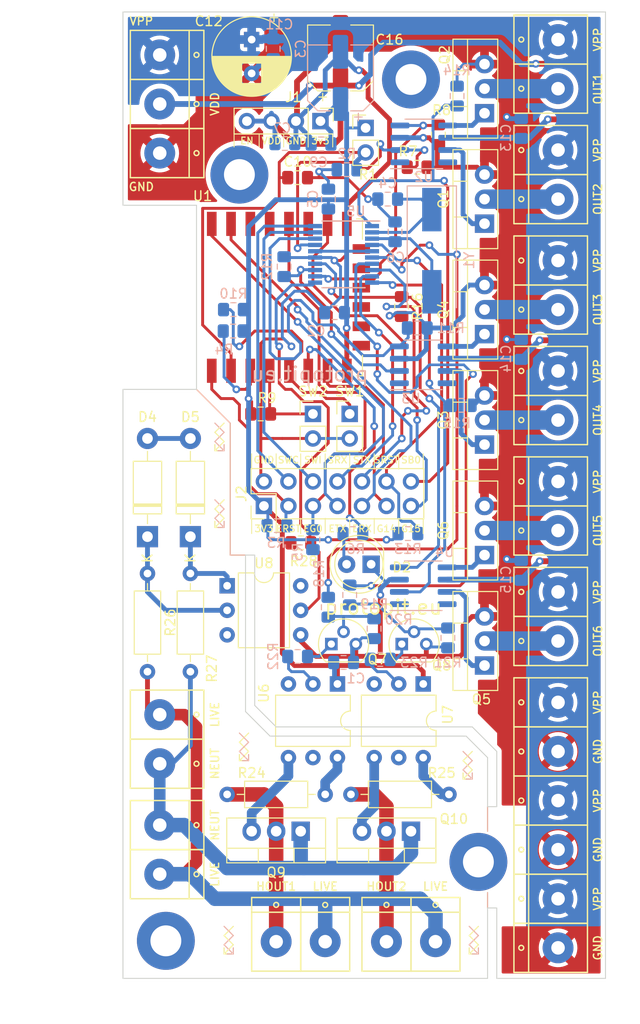
<source format=kicad_pcb>
(kicad_pcb (version 20201116) (generator pcbnew)
  (layers (0 "F.Cu" signal) (31 "B.Cu" signal) (34 "B.Paste" user) (35 "F.Paste" user) (36 "B.SilkS" user "B.Silkscreen") (37 "F.SilkS" user "F.Silkscreen") (38 "B.Mask" user) (39 "F.Mask" user) (44 "Edge.Cuts" user))
  (net 0 "")
  (net 1 "GND")
  (net 2 "+3V3")
  (net 3 "Net-(C4-Pad1)")
  (net 4 "Net-(C6-Pad1)")
  (net 5 "VDD")
  (net 6 "Net-(D2-Pad2)")
  (net 7 "Net-(D4-Pad2)")
  (net 8 "Net-(D4-Pad1)")
  (net 9 "Net-(D5-Pad1)")
  (net 10 "/BOOT0")
  (net 11 "Net-(J2-Pad13)")
  (net 12 "/RST")
  (net 13 "Net-(J2-Pad11)")
  (net 14 "/ESP_RX")
  (net 15 "/ESP_TX")
  (net 16 "/SWCLK")
  (net 17 "/ESP_GP0")
  (net 18 "/SWDIO")
  (net 19 "/ESP_RST")
  (net 20 "Net-(J6-Pad1)")
  (net 21 "Net-(J8-Pad1)")
  (net 22 "Net-(J12-Pad1)")
  (net 23 "Net-(J14-Pad1)")
  (net 24 "Net-(J18-Pad1)")
  (net 25 "Net-(J20-Pad1)")
  (net 26 "Net-(J25-Pad1)")
  (net 27 "Net-(J27-Pad1)")
  (net 28 "Net-(Q1-Pad1)")
  (net 29 "Net-(Q2-Pad1)")
  (net 30 "Net-(Q3-Pad1)")
  (net 31 "Net-(Q4-Pad1)")
  (net 32 "Net-(Q5-Pad1)")
  (net 33 "Net-(Q6-Pad1)")
  (net 34 "Net-(Q7-Pad1)")
  (net 35 "Net-(Q7-Pad2)")
  (net 36 "Net-(Q8-Pad1)")
  (net 37 "Net-(Q8-Pad2)")
  (net 38 "Net-(Q9-Pad3)")
  (net 39 "Net-(Q10-Pad3)")
  (net 40 "Net-(R4-Pad1)")
  (net 41 "/TIM3_CH1")
  (net 42 "Net-(R9-Pad2)")
  (net 43 "Net-(R10-Pad2)")
  (net 44 "/TIM3_CH2")
  (net 45 "/TIM14_CH1")
  (net 46 "/TIM3_CH4")
  (net 47 "/GPO1")
  (net 48 "/GPO2")
  (net 49 "Net-(R22-Pad1)")
  (net 50 "Net-(R23-Pad1)")
  (net 51 "Net-(R24-Pad2)")
  (net 52 "Net-(R25-Pad2)")
  (net 53 "/AC_SYNC")
  (net 54 "Net-(R6-Pad2)")
  (net 55 "/TX")
  (net 56 "/RX")
  (net 57 "/TIM1_CH2")
  (net 58 "/TIM1_CH3")
  (net 59 "Net-(C10-Pad1)")
  (net 60 "VPP")
  (net 61 "Net-(U1-Pad20)")
  (net 62 "Net-(U1-Pad19)")
  (net 63 "Net-(U1-Pad17)")
  (net 64 "Net-(U1-Pad14)")
  (net 65 "Net-(U1-Pad13)")
  (net 66 "Net-(U1-Pad12)")
  (net 67 "Net-(U1-Pad11)")
  (net 68 "Net-(U1-Pad10)")
  (net 69 "Net-(U1-Pad9)")
  (net 70 "Net-(U2-Pad8)")
  (net 71 "Net-(U2-Pad1)")
  (net 72 "Net-(U3-Pad8)")
  (net 73 "Net-(U3-Pad1)")
  (net 74 "Net-(U4-Pad8)")
  (net 75 "Net-(U4-Pad1)")
  (net 76 "Net-(U6-Pad3)")
  (net 77 "Net-(U6-Pad5)")
  (net 78 "Net-(U7-Pad3)")
  (net 79 "Net-(U7-Pad5)")
  (net 80 "Net-(U8-Pad6)")
  (net 81 "Net-(U8-Pad3)")
  (net 82 "/NEUT")
  (net 83 "/LIVE")
  (footprint "connectors:1PIN_DG306" (layer "F.Cu") (at 162.56 139.065 -90)
    (fp_text reference "J4" hide)
    (fp_text value "PASSIVE_OUT")
  )
  (footprint "connectors:1PIN_DG306" (layer "F.Cu") (at 162.56 123.825 -90)
    (fp_text reference "J5" hide)
    (fp_text value "VPP")
  )
  (footprint "connectors:1PIN_DG306" (layer "F.Cu") (at 162.56 144.145 -90)
    (fp_text reference "J7" hide)
    (fp_text value "VPP")
  )
  (footprint "connectors:1PIN_DG306" (layer "F.Cu") (at 162.56 128.905 -90)
    (fp_text reference "J10" hide)
    (fp_text value "PASSIVE_OUT")
  )
  (footprint "connectors:1PIN_DG306" (layer "F.Cu") (at 162.56 149.225 -90)
    (fp_text reference "J16" hide)
    (fp_text value "PASSIVE_OUT")
  )
  (footprint "connectors:1PIN_DG306" (layer "F.Cu") (at 121.285 141.605 90)
    (fp_text reference "J21" hide)
    (fp_text value "HV_IN_LIVE")
  )
  (footprint "connectors:1PIN_DG306" (layer "F.Cu") (at 133.35 148.59 180)
    (fp_text reference "J25" hide)
    (fp_text value "HV_OUT")
  )
  (footprint "connectors:1PIN_DG306" (layer "F.Cu") (at 149.86 148.59 180)
    (fp_text reference "J26" hide)
    (fp_text value "HV_LINE")
  )
  (footprint "Resistor_SMD:R_0805_2012Metric_Pad1.15x1.40mm_HandSolder" (layer "F.Cu") (at 147.955 68.453)
    (fp_text reference "R7")
    (fp_text value "47k")
  )
  (footprint "Resistor_SMD:R_0805_2012Metric_Pad1.15x1.40mm_HandSolder" (layer "F.Cu") (at 150.1625 65.0875 -90)
    (fp_text reference "R8")
    (fp_text value "47k")
  )
  (footprint "Resistor_SMD:R_0805_2012Metric_Pad1.15x1.40mm_HandSolder" (layer "F.Cu") (at 131.7475 93.98)
    (fp_text reference "R9")
    (fp_text value "10k")
  )
  (footprint "Resistor_SMD:R_0805_2012Metric_Pad1.15x1.40mm_HandSolder" (layer "F.Cu") (at 146.3525 82.8675 -90)
    (fp_text reference "R16")
    (fp_text value "47k")
  )
  (footprint "Resistor_THT:R_Axial_DIN0207_L6.3mm_D2.5mm_P10.16mm_Horizontal" (layer "F.Cu") (at 120.015 110.49 -90)
    (fp_text reference "R26")
    (fp_text value "R")
  )
  (footprint "Diode_THT:D_DO-41_SOD81_P10.16mm_Horizontal" (layer "F.Cu") (at 120.015 106.68 90)
    (fp_text reference "D4")
    (fp_text value "1N47xxA")
  )
  (footprint "connectors:1PIN_DG306" (layer "F.Cu") (at 138.43 148.59 180)
    (fp_text reference "J24" hide)
    (fp_text value "HV_LINE")
  )
  (footprint "connectors:1PIN_DG306" (layer "F.Cu") (at 144.78 148.59 180)
    (fp_text reference "J27" hide)
    (fp_text value "HV_OUT")
  )
  (footprint "Package_TO_SOT_THT:TO-220-3_Vertical" (layer "F.Cu") (at 135.89 137.16 180)
    (fp_text reference "Q9")
    (fp_text value "BT136-600")
  )
  (footprint "Resistor_THT:R_Axial_DIN0207_L6.3mm_D2.5mm_P10.16mm_Horizontal" (layer "F.Cu") (at 141.097 133.35)
    (fp_text reference "R25")
    (fp_text value "330")
  )
  (footprint "connectors:1PIN_DG306" (layer "F.Cu") (at 121.285 136.525 90)
    (fp_text reference "J22" hide)
    (fp_text value "HV_IN_NEUT")
  )
  (footprint "connectors:1PIN_DG306" (layer "F.Cu") (at 162.56 100.965 -90)
    (fp_text reference "J3" hide)
    (fp_text value "VPP")
  )
  (footprint "connectors:1PIN_DG306" (layer "F.Cu") (at 162.56 112.395 -90)
    (fp_text reference "J9" hide)
    (fp_text value "VPP")
  )
  (footprint "connectors:1PIN_DG306" (layer "F.Cu") (at 162.56 55.245 -90)
    (fp_text reference "J11" hide)
    (fp_text value "VPP")
  )
  (footprint "connectors:1PIN_DG306" (layer "F.Cu") (at 162.56 94.615 -90)
    (fp_text reference "J12" hide)
    (fp_text value "OUT")
  )
  (footprint "connectors:1PIN_DG306" (layer "F.Cu") (at 162.56 83.185 -90)
    (fp_text reference "J14" hide)
    (fp_text value "OUT")
  )
  (footprint "connectors:1PIN_DG306" (layer "F.Cu") (at 162.56 89.535 -90)
    (fp_text reference "J17" hide)
    (fp_text value "VPP")
  )
  (footprint "connectors:1PIN_DG306" (layer "F.Cu") (at 162.56 117.475 -90)
    (fp_text reference "J18" hide)
    (fp_text value "OUT")
  )
  (footprint "connectors:1PIN_DG306" (layer "F.Cu") (at 162.56 78.105 -90)
    (fp_text reference "J19" hide)
    (fp_text value "VPP")
  )
  (footprint "connectors:1PIN_DG306" (layer "F.Cu") (at 162.56 106.045 -90)
    (fp_text reference "J20" hide)
    (fp_text value "OUT")
  )
  (footprint "Package_TO_SOT_THT:TO-220-3_Vertical" (layer "F.Cu") (at 154.94 74.295 90)
    (fp_text reference "Q1")
    (fp_text value "IRF540N")
  )
  (footprint "Package_TO_SOT_THT:TO-220-3_Vertical" (layer "F.Cu") (at 154.94 62.865 90)
    (fp_text reference "Q2")
    (fp_text value "IRF540N")
  )
  (footprint "Package_TO_SOT_THT:TO-220-3_Vertical" (layer "F.Cu") (at 154.94 97.155 90)
    (fp_text reference "Q3")
    (fp_text value "IRF540N")
  )
  (footprint "Package_TO_SOT_THT:TO-220-3_Vertical" (layer "F.Cu") (at 154.94 85.725 90)
    (fp_text reference "Q4")
    (fp_text value "IRF540N")
  )
  (footprint "Package_TO_SOT_THT:TO-220-3_Vertical" (layer "F.Cu") (at 154.94 120.015 90)
    (fp_text reference "Q5")
    (fp_text value "IRF540N")
  )
  (footprint "Package_TO_SOT_THT:TO-220-3_Vertical" (layer "F.Cu") (at 154.94 108.585 90)
    (fp_text reference "Q6")
    (fp_text value "IRF540N")
  )
  (footprint "connectors:1PIN_DG306" (layer "F.Cu") (at 162.56 71.755 -90)
    (fp_text reference "J6" hide)
    (fp_text value "OUT")
  )
  (footprint "connectors:1PIN_DG306" (layer "F.Cu") (at 162.56 133.985 -90)
    (fp_text reference "J15" hide)
    (fp_text value "VPP")
  )
  (footprint "connectors:1PIN_DG306" (layer "F.Cu") (at 121.285 125.095 90)
    (fp_text reference "J28" hide)
    (fp_text value "PSU_LIVE")
  )
  (footprint "connectors:1PIN_DG306" (layer "F.Cu") (at 121.285 130.175 90)
    (fp_text reference "J29" hide)
    (fp_text value "PSU_NEUT")
  )
  (footprint "connectors:1PIN_DG306" (layer "F.Cu") (at 121.285 66.9925 90)
    (fp_text reference "J31" hide)
    (fp_text value "PSU_GND")
  )
  (footprint "connectors:1PIN_DG306" (layer "F.Cu") (at 121.285 56.8325 90)
    (fp_text reference "J32" hide)
    (fp_text value "PSU_VOUT")
  )
  (footprint "Package_DIP:DIP-6_W7.62mm" (layer "F.Cu") (at 148.59 121.92 -90)
    (fp_text reference "U7")
    (fp_text value "MOC3023M")
  )
  (footprint "Package_TO_SOT_THT:TO-220-3_Vertical" (layer "F.Cu") (at 147.32 137.16 180)
    (fp_text reference "Q10")
    (fp_text value "BT136-600")
  )
  (footprint "Resistor_THT:R_Axial_DIN0207_L6.3mm_D2.5mm_P10.16mm_Horizontal" (layer "F.Cu") (at 128.27 133.35)
    (fp_text reference "R24")
    (fp_text value "330")
  )
  (footprint "Package_DIP:DIP-6_W7.62mm" (layer "F.Cu") (at 128.27 111.76)
    (fp_text reference "U8")
    (fp_text value "H11AA1")
  )
  (footprint "MountingHole:MountingHole_3.2mm_M3_Pad" (layer "F.Cu") (at 121.92 148.5)
    (fp_text reference "REF**" hide)
    (fp_text value "MountingHole_3.2mm_M3_Pad")
  )
  (footprint "Diode_THT:D_DO-41_SOD81_P10.16mm_Horizontal" (layer "F.Cu") (at 124.46 106.68 90)
    (fp_text reference "D5")
    (fp_text value "1N47xxA")
  )
  (footprint "RF_Module:ESP-12E" (layer "F.Cu") (at 130.175 81.915 90)
    (fp_text reference "U1")
    (fp_text value "ESP-12E")
  )
  (footprint "MountingHole:MountingHole_3.2mm_M3_Pad" (layer "F.Cu") (at 129.54 69.215)
    (fp_text reference "REF**" hide)
    (fp_text value "MountingHole_3.2mm_M3_Pad")
  )
  (footprint "MountingHole:MountingHole_3.2mm_M3_Pad" (layer "F.Cu") (at 147.32 59.3725)
    (fp_text reference "REF**" hide)
    (fp_text value "MountingHole_3.2mm_M3_Pad")
  )
  (footprint "Connector_PinHeader_2.54mm:PinHeader_1x04_P2.54mm_Vertical" (layer "F.Cu") (at 137.938324 63.681635 -90)
    (fp_text reference "J1")
    (fp_text value "DCDC")
  )
  (footprint "Package_TO_SOT_THT:TO-92" (layer "F.Cu") (at 139.065 117.7925)
    (fp_text reference "Q7")
    (fp_text value "BC549")
  )
  (footprint "Connector_PinHeader_2.54mm:PinHeader_1x02_P2.54mm_Vertical" (layer "F.Cu") (at 142.621 64.389)
    (fp_text reference "R1")
    (fp_text value "LDR03")
  )
  (footprint "Connector_PinHeader_2.54mm:PinHeader_1x02_P2.54mm_Vertical" (layer "F.Cu") (at 140.97 93.98)
    (fp_text reference "SW1")
    (fp_text value "BUTTON")
  )
  (footprint "Package_TO_SOT_THT:TO-92" (layer "F.Cu") (at 146.3675 117.7925)
    (fp_text reference "Q8")
    (fp_text value "BC549")
  )
  (footprint "Connector_PinHeader_2.54mm:PinHeader_1x02_P2.54mm_Vertical" (layer "F.Cu") (at 137.16 93.98)
    (fp_text reference "SW2")
    (fp_text value "BUTTON")
  )
  (footprint "connectors:1PIN_DG306" (layer "F.Cu") (at 162.56 60.325 -90)
    (fp_text reference "J8" hide)
    (fp_text value "OUT")
  )
  (footprint "connectors:1PIN_DG306" (layer "F.Cu") (at 162.56 66.675 -90)
    (fp_text reference "J13" hide)
    (fp_text value "VPP")
  )
  (footprint "Package_DIP:DIP-6_W7.62mm" (layer "F.Cu") (at 139.7 121.92 -90)
    (fp_text reference "U6")
    (fp_text value "MOC3023M")
  )
  (footprint "LED_THT:LED_D5.0mm" (layer "F.Cu") (at 143.1925 109.5375 180)
    (fp_text reference "D2")
    (fp_text value "LED")
  )
  (footprint "Resistor_THT:R_Axial_DIN0207_L6.3mm_D2.5mm_P10.16mm_Horizontal" (layer "F.Cu") (at 124.46 110.49 -90)
    (fp_text reference "R27")
    (fp_text value "R")
  )
  (footprint "MountingHole:MountingHole_3.2mm_M3_Pad" (layer "F.Cu") (at 154.305 140.335)
    (fp_text reference "REF**" hide)
    (fp_text value "MountingHole_3.2mm_M3_Pad")
  )
  (footprint "Connector_PinHeader_2.54mm:PinHeader_2x07_P2.54mm_Vertical" (layer "F.Cu") (at 132.08 103.505 90)
    (fp_text reference "J2")
    (fp_text value "DEBUG")
  )
  (footprint "Capacitor_SMD:C_0805_2012Metric_Pad1.15x1.40mm_HandSolder" (layer "F.Cu") (at 135.5725 69.5325)
    (fp_text reference "C10")
    (fp_text value "10p")
  )
  (footprint "Resistor_SMD:R_0805_2012Metric_Pad1.15x1.40mm_HandSolder" (layer "F.Cu") (at 135.905 107.315)
    (fp_text reference "R28")
    (fp_text value "4.7k")
  )
  (footprint "Capacitor_SMD:CP_Elec_6.3x7.7" (layer "F.Cu") (at 140.0175 57.15 90)
    (fp_text reference "C16")
    (fp_text value "220uF")
  )
  (footprint "Capacitor_THT:CP_Radial_D8.0mm_P3.50mm" (layer "F.Cu") (at 130.81 55.245 -90)
    (fp_text reference "C12")
    (fp_text value "470uF")
  )
  (footprint "connectors:1PIN_DG306" (layer "F.Cu") (at 121.285 61.9125 90)
    (fp_text reference "J23" hide)
    (fp_text value "PSU_VOUT_LOW")
  )
  (footprint "Capacitor_SMD:C_0805_2012Metric_Pad1.15x1.40mm_HandSolder" (layer "B.Cu") (at 140.335 119.6975)
    (fp_text reference "C1")
    (fp_text value "100n")
  )
  (footprint "Capacitor_SMD:C_0805_2012Metric_Pad1.15x1.40mm_HandSolder" (layer "B.Cu") (at 144.907 71.755 180)
    (fp_text reference "C4")
    (fp_text value "20pF")
  )
  (footprint "Capacitor_SMD:C_0805_2012Metric_Pad1.15x1.40mm_HandSolder" (layer "B.Cu") (at 138.7625 71.75 90)
    (fp_text reference "C5")
    (fp_text value "100n")
  )
  (footprint "Capacitor_SMD:C_0805_2012Metric_Pad1.15x1.40mm_HandSolder" (layer "B.Cu") (at 145.669 75.1355 90)
    (fp_text reference "C6")
    (fp_text value "20pF")
  )
  (footprint "Capacitor_SMD:C_0805_2012Metric_Pad1.15x1.40mm_HandSolder" (layer "B.Cu") (at 134.25 66)
    (fp_text reference "C7")
    (fp_text value "100n")
  )
  (footprint "Resistor_SMD:R_0805_2012Metric_Pad1.15x1.40mm_HandSolder" (layer "B.Cu") (at 128.89 85.4075)
    (fp_text reference "R4")
    (fp_text value "4.7k")
  )
  (footprint "Resistor_SMD:R_0805_2012Metric_Pad1.15x1.40mm_HandSolder" (layer "B.Cu") (at 141.3025 106.3625)
    (fp_text reference "R6")
    (fp_text value "4.7k")
  )
  (footprint "Resistor_SMD:R_0805_2012Metric_Pad1.15x1.40mm_HandSolder" (layer "B.Cu") (at 128.92 83.185 180)
    (fp_text reference "R10")
    (fp_text value "10k")
  )
  (footprint "Resistor_SMD:R_0805_2012Metric_Pad1.15x1.40mm_HandSolder" (layer "B.Cu") (at 134.176773 78.74 90)
    (fp_text reference "R12")
    (fp_text value "47k")
  )
  (footprint "Resistor_SMD:R_0805_2012Metric_Pad1.15x1.40mm_HandSolder" (layer "B.Cu") (at 152.0975 61.087 90)
    (fp_text reference "R14")
    (fp_text value "10k")
  )
  (footprint "Resistor_SMD:R_0805_2012Metric_Pad1.15x1.40mm_HandSolder" (layer "B.Cu") (at 152.527 93.091)
    (fp_text reference "R15")
    (fp_text value "47k")
  )
  (footprint "Resistor_SMD:R_0805_2012Metric_Pad1.15x1.40mm_HandSolder" (layer "B.Cu") (at 140.97 112.7125 90)
    (fp_text reference "R19")
    (fp_text value "1k")
  )
  (footprint "Resistor_SMD:R_0805_2012Metric_Pad1.15x1.40mm_HandSolder" (layer "B.Cu") (at 143.495 116.205 -90)
    (fp_text reference "R20")
    (fp_text value "4.7k")
  )
  (footprint "Resistor_SMD:R_0805_2012Metric_Pad1.15x1.40mm_HandSolder" (layer "B.Cu") (at 135.5725 119.0775)
    (fp_text reference "R22")
    (fp_text value "1k")
  )
  (footprint "Capacitor_SMD:C_0805_2012Metric_Pad1.15x1.40mm_HandSolder" (layer "B.Cu") (at 139.3975 83.5025 180)
    (fp_text reference "C2")
    (fp_text value "100n")
  )
  (footprint "Resistor_SMD:R_0805_2012Metric_Pad1.15x1.40mm_HandSolder" (layer "B.Cu") (at 138.7475 113.9825 90)
    (fp_text reference "R18")
    (fp_text value "1k")
  )
  (footprint "Package_SO:SOIC-8_3.9x4.9mm_P1.27mm" (layer "B.Cu") (at 148.655 66.04)
    (fp_text reference "U2")
    (fp_text value "TC4427A")
  )
  (footprint "Package_SO:SOIC-8_3.9x4.9mm_P1.27mm" (layer "B.Cu") (at 148.59 88.9)
    (fp_text reference "U3")
    (fp_text value "TC4427A")
  )
  (footprint "Package_SO:TSSOP-20_4.4x6.5mm_P0.65mm" (layer "B.Cu") (at 140.335 77.47 180)
    (fp_text reference "U5")
    (fp_text value "STM32F030F4Px")
  )
  (footprint "Package_SO:SOIC-8_3.9x4.9mm_P1.27mm" (layer "B.Cu") (at 148.59 111.76)
    (fp_text reference "U4")
    (fp_text value "TC4427A")
  )
  (footprint "Capacitor_SMD:CP_Elec_6.3x7.7" (layer "B.Cu") (at 140.0175 59.2125 90)
    (fp_text reference "C3")
    (fp_text value "470uF")
  )
  (footprint "Resistor_SMD:R_0805_2012Metric_Pad1.15x1.40mm_HandSolder" (layer "B.Cu") (at 144.13 119.38)
    (fp_text reference "R23")
    (fp_text value "1k")
  )
  (footprint "Resistor_SMD:R_0805_2012Metric_Pad1.15x1.40mm_HandSolder" (layer "B.Cu") (at 140.6675 68.707 180)
    (fp_text reference "R2")
    (fp_text value "150k")
  )
  (footprint "Capacitor_SMD:C_0805_2012Metric_Pad1.15x1.40mm_HandSolder" (layer "B.Cu") (at 138 66.04 180)
    (fp_text reference "C9")
    (fp_text value "100n")
  )
  (footprint "Resistor_SMD:R_0805_2012Metric_Pad1.15x1.40mm_HandSolder" (layer "B.Cu") (at 147.97 85.09)
    (fp_text reference "R11")
    (fp_text value "47k")
  )
  (footprint "Crystal:Crystal_SMD_HC49-SD" (layer "B.Cu") (at 149.479 77.089 -90)
    (fp_text reference "Y1")
    (fp_text value "8MHz")
  )
  (footprint "Resistor_SMD:R_0805_2012Metric_Pad1.15x1.40mm_HandSolder" (layer "B.Cu") (at 133.4285 105.537 180)
    (fp_text reference "R3")
    (fp_text value "4.7k")
  )
  (footprint "Resistor_SMD:R_0805_2012Metric_Pad1.15x1.40mm_HandSolder" (layer "B.Cu") (at 151.145 117.1575 -90)
    (fp_text reference "R21")
    (fp_text value "4.7k")
  )
  (footprint "Resistor_SMD:R_0805_2012Metric_Pad1.15x1.40mm_HandSolder" (layer "B.Cu") (at 137.16 106.9975 -90)
    (fp_text reference "R5")
    (fp_text value "4.7k")
  )
  (footprint "Resistor_SMD:R_0805_2012Metric_Pad1.15x1.40mm_HandSolder" (layer "B.Cu") (at 147.0025 106.3625)
    (fp_text reference "R13")
    (fp_text value "10k")
  )
  (footprint "Capacitor_SMD:C_0805_2012Metric_Pad1.15x1.40mm_HandSolder" (layer "B.Cu") (at 158.75 87.3125 90)
    (fp_text reference "C14")
    (fp_text value "100n")
  )
  (footprint "Capacitor_SMD:C_0805_2012Metric_Pad1.15x1.40mm_HandSolder" (layer "B.Cu") (at 158.75 64.4525 90)
    (fp_text reference "C13")
    (fp_text value "100n")
  )
  (footprint "Capacitor_SMD:C_0805_2012Metric_Pad1.15x1.40mm_HandSolder" (layer "B.Cu") (at 158.75 110.1725 90)
    (fp_text reference "C15")
    (fp_text value "100n")
  )
  (footprint "Capacitor_SMD:C_0805_2012Metric_Pad1.15x1.40mm_HandSolder" (layer "B.Cu") (at 133.041836 56.198122 -90)
    (fp_text reference "C11")
    (fp_text value "100n")
  )
  (gr_line (start 127.9525 95.885) (end 127 96.8375) (layer "B.SilkS") (width 0.12))
  (gr_line (start 127 94.9325) (end 127.9525 95.885) (layer "B.SilkS") (width 0.12))
  (gr_line (start 127.9525 97.79) (end 127.3175 97.79) (layer "B.SilkS") (width 0.12))
  (gr_line (start 127.9525 97.79) (end 127.9525 97.155) (layer "B.SilkS") (width 0.12))
  (gr_line (start 127 96.8375) (end 127.9525 97.79) (layer "B.SilkS") (width 0.12))
  (gr_line (start 127.9525 103.8225) (end 127 104.775) (layer "B.SilkS") (width 0.12))
  (gr_line (start 127.9525 105.7275) (end 127.9525 105.0925) (layer "B.SilkS") (width 0.12))
  (gr_line (start 127 104.775) (end 127.9525 105.7275) (layer "B.SilkS") (width 0.12))
  (gr_line (start 127 102.87) (end 127.9525 103.8225) (layer "B.SilkS") (width 0.12))
  (gr_line (start 127.9525 105.7275) (end 127.3175 105.7275) (layer "B.SilkS") (width 0.12))
  (gr_line (start 130.4925 129.8575) (end 129.8575 129.8575) (layer "B.SilkS") (width 0.12))
  (gr_line (start 129.54 127) (end 130.4925 127.9525) (layer "B.SilkS") (width 0.12))
  (gr_line (start 129.54 128.905) (end 130.4925 129.8575) (layer "B.SilkS") (width 0.12))
  (gr_line (start 130.4925 127.9525) (end 129.54 128.905) (layer "B.SilkS") (width 0.12))
  (gr_line (start 130.4925 129.8575) (end 130.4925 129.2225) (layer "B.SilkS") (width 0.12))
  (gr_line (start 153.67 131.7625) (end 153.035 131.7625) (layer "B.SilkS") (width 0.12))
  (gr_line (start 152.7175 128.905) (end 153.67 129.8575) (layer "B.SilkS") (width 0.12))
  (gr_line (start 153.67 129.8575) (end 152.7175 130.81) (layer "B.SilkS") (width 0.12))
  (gr_line (start 152.7175 130.81) (end 153.67 131.7625) (layer "B.SilkS") (width 0.12))
  (gr_line (start 153.67 131.7625) (end 153.67 131.1275) (layer "B.SilkS") (width 0.12))
  (gr_line (start 154.305 149.86) (end 153.67 149.86) (layer "B.SilkS") (width 0.12))
  (gr_line (start 154.305 149.86) (end 154.305 149.225) (layer "B.SilkS") (width 0.12))
  (gr_line (start 153.3525 147.0025) (end 154.305 147.955) (layer "B.SilkS") (width 0.12))
  (gr_line (start 153.3525 148.9075) (end 154.305 149.86) (layer "B.SilkS") (width 0.12))
  (gr_line (start 154.305 147.955) (end 153.3525 148.9075) (layer "B.SilkS") (width 0.12))
  (gr_line (start 128.905 149.86) (end 128.27 149.86) (layer "B.SilkS") (width 0.12))
  (gr_line (start 128.905 147.955) (end 127.9525 148.9075) (layer "B.SilkS") (width 0.12))
  (gr_line (start 128.905 149.86) (end 128.905 149.225) (layer "B.SilkS") (width 0.12))
  (gr_line (start 127.9525 147.0025) (end 128.905 147.955) (layer "B.SilkS") (width 0.12))
  (gr_line (start 127.9525 148.9075) (end 128.905 149.86) (layer "B.SilkS") (width 0.12))
  (gr_line (start 128.5875 108.585) (end 130.175 108.585) (layer "B.SilkS") (width 0.12))
  (gr_line (start 125.095 91.44) (end 128.5875 94.9325) (layer "B.SilkS") (width 0.12))
  (gr_line (start 155.2575 137.16) (end 155.2575 134.62) (layer "B.SilkS") (width 0.12))
  (gr_line (start 128.5875 94.9325) (end 128.5875 108.585) (layer "B.SilkS") (width 0.12))
  (gr_line (start 155.2575 145.0975) (end 155.2575 143.51) (layer "B.SilkS") (width 0.12))
  (gr_line (start 127 103.8225) (end 127.9525 104.775) (layer "F.SilkS") (width 0.12))
  (gr_line (start 127.9525 102.87) (end 127 103.8225) (layer "F.SilkS") (width 0.12))
  (gr_line (start 127 105.7275) (end 127.635 105.7275) (layer "F.SilkS") (width 0.12))
  (gr_line (start 127 105.7275) (end 127 105.0925) (layer "F.SilkS") (width 0.12))
  (gr_line (start 127.9525 104.775) (end 127 105.7275) (layer "F.SilkS") (width 0.12))
  (gr_line (start 129.54 127.9525) (end 130.4925 128.905) (layer "F.SilkS") (width 0.12))
  (gr_line (start 130.4925 128.905) (end 129.54 129.8575) (layer "F.SilkS") (width 0.12))
  (gr_line (start 129.54 129.8575) (end 129.54 129.2225) (layer "F.SilkS") (width 0.12))
  (gr_line (start 130.4925 127) (end 129.54 127.9525) (layer "F.SilkS") (width 0.12))
  (gr_line (start 129.54 129.8575) (end 130.175 129.8575) (layer "F.SilkS") (width 0.12))
  (gr_line (start 152.7175 131.7625) (end 152.7175 131.1275) (layer "F.SilkS") (width 0.12))
  (gr_line (start 153.67 128.905) (end 152.7175 129.8575) (layer "F.SilkS") (width 0.12))
  (gr_line (start 153.67 130.81) (end 152.7175 131.7625) (layer "F.SilkS") (width 0.12))
  (gr_line (start 152.7175 131.7625) (end 153.3525 131.7625) (layer "F.SilkS") (width 0.12))
  (gr_line (start 152.7175 129.8575) (end 153.67 130.81) (layer "F.SilkS") (width 0.12))
  (gr_line (start 153.3525 147.955) (end 154.305 148.9075) (layer "F.SilkS") (width 0.12))
  (gr_line (start 153.3525 149.86) (end 153.3525 149.225) (layer "F.SilkS") (width 0.12))
  (gr_line (start 153.3525 149.86) (end 153.9875 149.86) (layer "F.SilkS") (width 0.12))
  (gr_line (start 154.305 148.9075) (end 153.3525 149.86) (layer "F.SilkS") (width 0.12))
  (gr_line (start 154.305 147.0025) (end 153.3525 147.955) (layer "F.SilkS") (width 0.12))
  (gr_line (start 128.905 147.0025) (end 127.9525 147.955) (layer "F.SilkS") (width 0.12))
  (gr_line (start 128.905 148.9075) (end 127.9525 149.86) (layer "F.SilkS") (width 0.12))
  (gr_line (start 127.9525 149.86) (end 128.5875 149.86) (layer "F.SilkS") (width 0.12))
  (gr_line (start 127.9525 147.955) (end 128.905 148.9075) (layer "F.SilkS") (width 0.12))
  (gr_line (start 127.9525 149.86) (end 127.9525 149.225) (layer "F.SilkS") (width 0.12))
  (gr_line (start 130.81 99.695) (end 130.81 98.1075) (layer "F.SilkS") (width 0.1))
  (gr_line (start 135.89 99.695) (end 135.89 98.1075) (layer "F.SilkS") (width 0.1))
  (gr_line (start 138.43 99.695) (end 138.43 98.1075) (layer "F.SilkS") (width 0.1))
  (gr_line (start 140.97 99.695) (end 140.97 98.1075) (layer "F.SilkS") (width 0.1))
  (gr_line (start 143.51 99.695) (end 143.51 98.1075) (layer "F.SilkS") (width 0.1))
  (gr_line (start 146.05 99.695) (end 146.05 98.1075) (layer "F.SilkS") (width 0.1))
  (gr_line (start 148.59 99.695) (end 148.59 98.1075) (layer "F.SilkS") (width 0.1))
  (gr_line (start 140.97 106.3625) (end 140.97 104.775) (layer "F.SilkS") (width 0.1))
  (gr_line (start 133.35 106.3625) (end 133.35 104.775) (layer "F.SilkS") (width 0.1))
  (gr_line (start 148.59 106.3625) (end 148.59 104.775) (layer "F.SilkS") (width 0.1))
  (gr_line (start 138.43 106.3625) (end 138.43 104.775) (layer "F.SilkS") (width 0.1))
  (gr_line (start 135.89 106.3625) (end 135.89 104.775) (layer "F.SilkS") (width 0.1))
  (gr_line (start 130.81 106.3625) (end 130.81 104.775) (layer "F.SilkS") (width 0.1))
  (gr_line (start 146.05 106.3625) (end 146.05 104.775) (layer "F.SilkS") (width 0.1))
  (gr_line (start 143.51 106.3625) (end 143.51 104.775) (layer "F.SilkS") (width 0.1))
  (gr_line (start 139.208324 66.3575) (end 139.208324 65.011635) (layer "F.SilkS") (width 0.1))
  (gr_line (start 131.588324 66.3575) (end 131.588324 65.0875) (layer "F.SilkS") (width 0.1))
  (gr_line (start 136.668324 66.3575) (end 136.668324 65.011635) (layer "F.SilkS") (width 0.1))
  (gr_line (start 134.128324 66.3575) (end 134.128324 65.0875) (layer "F.SilkS") (width 0.1))
  (gr_line (start 128.988324 66.3575) (end 128.988324 65.011635) (layer "F.SilkS") (width 0.1))
  (gr_line (start 127 97.79) (end 127 97.155) (layer "F.SilkS") (width 0.12))
  (gr_line (start 125.095 91.44) (end 128.5875 94.9325) (layer "F.SilkS") (width 0.12))
  (gr_line (start 127.9525 96.8375) (end 127 97.79) (layer "F.SilkS") (width 0.12))
  (gr_line (start 127 95.885) (end 127.9525 96.8375) (layer "F.SilkS") (width 0.12))
  (gr_line (start 155.2575 134.62) (end 155.2575 137.16) (layer "F.SilkS") (width 0.12))
  (gr_line (start 127 97.79) (end 127.635 97.79) (layer "F.SilkS") (width 0.12))
  (gr_line (start 128.5875 108.585) (end 128.5875 94.9325) (layer "F.SilkS") (width 0.12))
  (gr_line (start 133.35 99.695) (end 133.35 98.1075) (layer "F.SilkS") (width 0.1))
  (gr_line (start 155.2575 143.51) (end 155.2575 145.0975) (layer "F.SilkS") (width 0.12))
  (gr_line (start 130.175 108.585) (end 128.5875 108.585) (layer "F.SilkS") (width 0.12))
  (gr_line (start 127.9525 94.9325) (end 127 95.885) (layer "F.SilkS") (width 0.12))
  (gr_line (start 133.35 126.365) (end 131.1275 124.1425) (layer "Edge.Cuts") (width 0.1))
  (gr_line (start 130.175 124.7775) (end 132.715 127.3175) (layer "Edge.Cuts") (width 0.1))
  (gr_line (start 133.35 126.365) (end 153.67 126.365) (layer "Edge.Cuts") (width 0.1))
  (gr_line (start 117.475 72.39) (end 117.475 52.3875) (layer "Edge.Cuts") (width 0.1))
  (gr_line (start 117.475 91.44) (end 117.475 152.3875) (layer "Edge.Cuts") (width 0.1))
  (gr_line (start 131.1275 108.585) (end 131.1275 124.1425) (layer "Edge.Cuts") (width 0.1))
  (gr_line (start 117.475 152.3875) (end 155.2575 152.3875) (layer "Edge.Cuts") (width 0.1))
  (gr_line (start 156.21 134.62) (end 155.2575 134.62) (layer "Edge.Cuts") (width 0.1))
  (gr_line (start 130.175 108.585) (end 131.1275 108.585) (layer "Edge.Cuts") (width 0.1))
  (gr_line (start 153.67 126.365) (end 156.21 128.905) (layer "Edge.Cuts") (width 0.1))
  (gr_line (start 156.21 128.905) (end 156.21 134.62) (layer "Edge.Cuts") (width 0.1))
  (gr_line (start 125.095 91.44) (end 125.095 72.39) (layer "Edge.Cuts") (width 0.1))
  (gr_line (start 130.175 124.7775) (end 130.175 108.585) (layer "Edge.Cuts") (width 0.1))
  (gr_line (start 156.21 145.0975) (end 155.2575 145.0975) (layer "Edge.Cuts") (width 0.1))
  (gr_line (start 153.035 127.3175) (end 132.715 127.3175) (layer "Edge.Cuts") (width 0.1))
  (gr_line (start 156.21 152.3875) (end 156.21 145.0975) (layer "Edge.Cuts") (width 0.1))
  (gr_line (start 155.2575 129.54) (end 153.035 127.3175) (layer "Edge.Cuts") (width 0.1))
  (gr_line (start 125.095 72.39) (end 117.475 72.39) (layer "Edge.Cuts") (width 0.1))
  (gr_line (start 167.475 52.3875) (end 117.475 52.3875) (layer "Edge.Cuts") (width 0.1))
  (gr_line (start 117.475 91.44) (end 125.095 91.44) (layer "Edge.Cuts") (width 0.1))
  (gr_line (start 155.2575 145.0975) (end 155.2575 152.3875) (layer "Edge.Cuts") (width 0.1))
  (gr_line (start 167.475 152.3875) (end 167.475 52.3875) (layer "Edge.Cuts") (width 0.1))
  (gr_line (start 155.2575 134.62) (end 155.2575 129.54) (layer "Edge.Cuts") (width 0.1))
  (gr_line (start 167.475 152.3875) (end 156.21 152.3875) (layer "Edge.Cuts") (width 0.1))
  (gr_text "protopit.eu" (at 136.8425 89.8525) (layer "B.SilkS") (effects (font (size 1.5 1.5) (thickness 0.2)) (justify mirror)))
  (gr_text "SWC" (at 134.62 98.7425) (layer "F.SilkS") (effects (font (size 0.7 0.7) (thickness 0.12))))
  (gr_text "SWI" (at 137.16 98.7425) (layer "F.SilkS") (effects (font (size 0.7 0.7) (thickness 0.12))))
  (gr_text "SRX" (at 139.7 98.7425) (layer "F.SilkS") (effects (font (size 0.7 0.7) (thickness 0.12))))
  (gr_text "STX" (at 142.24 98.7425) (layer "F.SilkS") (effects (font (size 0.7 0.7) (thickness 0.12))))
  (gr_text "SRST" (at 144.78 98.7425) (layer "F.SilkS") (effects (font (size 0.7 0.7) (thickness 0.12))))
  (gr_text "SB0" (at 147.32 98.7425) (layer "F.SilkS") (effects (font (size 0.7 0.7) (thickness 0.12))))
  (gr_text "3V3" (at 132.08 105.8545) (layer "F.SilkS") (effects (font (size 0.7 0.7) (thickness 0.12))))
  (gr_text "ERST" (at 134.62 105.8545) (layer "F.SilkS") (effects (font (size 0.7 0.7) (thickness 0.12))))
  (gr_text "EG0" (at 137.16 105.8545) (layer "F.SilkS") (effects (font (size 0.7 0.7) (thickness 0.12))))
  (gr_text "ETX" (at 139.7 105.8545) (layer "F.SilkS") (effects (font (size 0.7 0.7) (thickness 0.12))))
  (gr_text "ERX" (at 142.24 105.8545) (layer "F.SilkS") (effects (font (size 0.7 0.7) (thickness 0.12))))
  (gr_text "G14" (at 144.78 105.8545) (layer "F.SilkS") (effects (font (size 0.7 0.7) (thickness 0.12))))
  (gr_text "G15" (at 147.32 105.8545) (layer "F.SilkS") (effects (font (size 0.7 0.7) (thickness 0.12))))
  (gr_text "EN" (at 130.318324 65.7225) (layer "F.SilkS") (effects (font (size 0.7 0.7) (thickness 0.12))))
  (gr_text "VDD" (at 132.858324 65.7225) (layer "F.SilkS") (effects (font (size 0.7 0.7) (thickness 0.12))))
  (gr_text "GND" (at 135.398324 65.7225) (layer "F.SilkS") (effects (font (size 0.7 0.7) (thickness 0.12))))
  (gr_text "3v3" (at 137.938324 65.7225) (layer "F.SilkS") (effects (font (size 0.7 0.7) (thickness 0.12))))
  (gr_text "NEUT" (at 127 130.175 90) (layer "F.SilkS") (effects (font (size 0.85 0.85))))
  (gr_text "VDD" (at 127 61.9125 90) (layer "F.SilkS") (effects (font (size 0.85 0.85))))
  (gr_text "GND" (at 119.38 70.485) (layer "F.SilkS") (effects (font (size 0.85 0.85))))
  (gr_text "OUT1" (at 166.6875 60.325 90) (layer "F.SilkS") (effects (font (size 0.85 0.85))))
  (gr_text "protopit.eu" (at 144.4625 113.9825) (layer "F.SilkS") (effects (font (size 1.5 1.5) (thickness 0.2))))
  (gr_text "GND" (at 166.6875 128.905 90) (layer "F.SilkS") (effects (font (size 0.85 0.85))))
  (gr_text "GND" (at 166.6875 139.065 90) (layer "F.SilkS") (effects (font (size 0.85 0.85))))
  (gr_text "VPP" (at 119.38 53.34) (layer "F.SilkS") (effects (font (size 0.85 0.85))))
  (gr_text "HOUT1" (at 133.35 142.875) (layer "F.SilkS") (effects (font (size 0.85 0.85))))
  (gr_text "GND" (at 166.6875 149.225 90) (layer "F.SilkS") (effects (font (size 0.85 0.85))))
  (gr_text "VPP" (at 166.6875 144.145 90) (layer "F.SilkS") (effects (font (size 0.85 0.85))))
  (gr_text "OUT6" (at 166.6875 117.475 90) (layer "F.SilkS") (effects (font (size 0.85 0.85))))
  (gr_text "OUT5" (at 166.6875 106.045 90) (layer "F.SilkS") (effects (font (size 0.85 0.85))))
  (gr_text "OUT4" (at 166.6875 94.615 90) (layer "F.SilkS") (effects (font (size 0.85 0.85))))
  (gr_text "OUT3" (at 166.6875 83.185 90) (layer "F.SilkS") (effects (font (size 0.85 0.85))))
  (gr_text "OUT2" (at 166.6875 71.755 90) (layer "F.SilkS") (effects (font (size 0.85 0.85))))
  (gr_text "GND" (at 132.08 98.7425) (layer "F.SilkS") (effects (font (size 0.7 0.7) (thickness 0.12))))
  (gr_text "HOUT2" (at 144.78 142.875) (layer "F.SilkS") (effects (font (size 0.85 0.85))))
  (gr_text "LIVE" (at 127 141.605 90) (layer "F.SilkS") (effects (font (size 0.85 0.85))))
  (gr_text "LIVE" (at 127 125.095 90) (layer "F.SilkS") (effects (font (size 0.85 0.85))))
  (gr_text "NEUT" (at 127 136.525 90) (layer "F.SilkS") (effects (font (size 0.85 0.85))))
  (gr_text "LIVE" (at 149.86 142.875) (layer "F.SilkS") (effects (font (size 0.85 0.85))))
  (gr_text "LIVE" (at 138.43 142.875) (layer "F.SilkS") (effects (font (size 0.85 0.85))))
  (gr_text "VPP" (at 166.6875 55.245 90) (layer "F.SilkS") (effects (font (size 0.85 0.85))))
  (gr_text "VPP" (at 166.6875 66.675 90) (layer "F.SilkS") (effects (font (size 0.85 0.85))))
  (gr_text "VPP" (at 166.6875 78.105 90) (layer "F.SilkS") (effects (font (size 0.85 0.85))))
  (gr_text "VPP" (at 166.6875 89.535 90) (layer "F.SilkS") (effects (font (size 0.85 0.85))))
  (gr_text "VPP" (at 166.6875 100.965 90) (layer "F.SilkS") (effects (font (size 0.85 0.85))))
  (gr_text "VPP" (at 166.6875 112.395 90) (layer "F.SilkS") (effects (font (size 0.85 0.85))))
  (gr_text "VPP" (at 166.6875 123.825 90) (layer "F.SilkS") (effects (font (size 0.85 0.85))))
  (gr_text "VPP" (at 166.6875 133.985 90) (layer "F.SilkS") (effects (font (size 0.85 0.85))))
  (segment (start 148.59 65.405) (end 149.225 65.405) (width 0.5) (layer "F.Cu") (net 1))
  (segment (start 137.16 96.52) (end 133.985 96.52) (width 0.3) (layer "F.Cu") (net 1))
  (segment (start 139.3825 78.105) (end 140.0175 78.105) (width 0.3) (layer "F.Cu") (net 1))
  (segment (start 148.9075 117.7925) (end 148.9075 119.0625) (width 0.5) (layer "F.Cu") (net 1))
  (segment (start 142.5575 70.485) (end 145.0975 67.945) (width 0.5) (layer "F.Cu") (net 1))
  (segment (start 145.0975 63.5) (end 145.0975 67.945) (width 0.5) (layer "F.Cu") (net 1))
  (segment (start 153.67 114.935) (end 154.94 114.935) (width 0.5) (layer "F.Cu") (net 1))
  (segment (start 135.89 116.84) (end 135.89 117.475) (width 0.5) (layer "F.Cu") (net 1))
  (segment (start 136.51 69.5325) (end 137.16 69.5325) (width 0.3) (layer "F.Cu") (net 1))
  (segment (start 144.145 112.7125) (end 144.145 119.0625) (width 0.5) (layer "F.Cu") (net 1))
  (segment (start 132.21499 86.22501) (end 131.7625 86.6775) (width 0.3) (layer "F.Cu") (net 1))
  (segment (start 149.225 65.405) (end 150.0505 66.2305) (width 0.5) (layer "F.Cu") (net 1))
  (segment (start 135.509 59.5935) (end 140.0175 55.085) (width 0.6) (layer "F.Cu") (net 1))
  (segment (start 148.9075 119.0625) (end 152.4 119.0625) (width 0.5) (layer "F.Cu") (net 1))
  (segment (start 135.89 117.475) (end 137.4775 119.0625) (width 0.5) (layer "F.Cu") (net 1))
  (segment (start 141.605 117.7925) (end 141.605 119.0625) (width 0.5) (layer "F.Cu") (net 1))
  (segment (start 150.0505 66.2305) (end 150.0505 68.453) (width 0.5) (layer "F.Cu") (net 1))
  (segment (start 140.675 74.315) (end 140.675 72.3675) (width 0.5) (layer "F.Cu") (net 1))
  (segment (start 152.7175 115.8875) (end 153.67 114.935) (width 0.5) (layer "F.Cu") (net 1))
  (segment (start 133.0325 96.52) (end 133.985 96.52) (width 0.3) (layer "F.Cu") (net 1))
  (segment (start 137.4775 119.0625) (end 141.605 119.0625) (width 0.5) (layer "F.Cu") (net 1))
  (segment (start 146.3375 83.82) (end 146.3525 83.805) (width 0.3) (layer "F.Cu") (net 1))
  (segment (start 141.44625 71.59625) (end 142.5575 70.485) (width 0.5) (layer "F.Cu") (net 1))
  (segment (start 135.509 63.570959) (end 135.509 59.5935) (width 0.6) (layer "F.Cu") (net 1))
  (segment (start 131.7625 86.6775) (end 131.7625 96.52) (width 0.3) (layer "F.Cu") (net 1))
  (segment (start 147.32 55.43) (end 147.5 55.25) (width 0.3) (layer "F.Cu") (net 1))
  (segment (start 141.44625 71.59625) (end 140.675 72.3675) (width 0.5) (layer "F.Cu") (net 1))
  (segment (start 145.0975 63.5) (end 142.875 61.2775) (width 0.5) (layer "F.Cu") (net 1))
  (segment (start 141.9225 58.42) (end 142.24 58.42) (width 0.5) (layer "F.Cu") (net 1))
  (segment (start 154.178 68.453) (end 154.94 69.215) (width 0.5) (layer "F.Cu") (net 1))
  (segment (start 140.0175 78.105) (end 140.675 77.4475) (width 0.3) (layer "F.Cu") (net 1))
  (segment (start 137.16 69.5325) (end 137.795 69.5325) (width 0.3) (layer "F.Cu") (net 1))
  (segment (start 134.9375 86.995) (end 134.16751 86.22501) (width 0.3) (layer "F.Cu") (net 1))
  (segment (start 140.675 77.4475) (end 140.675 74.315) (width 0.3) (layer "F.Cu") (net 1))
  (segment (start 135.398324 63.681635) (end 135.509 63.570959) (width 0.6) (layer "F.Cu") (net 1))
  (segment (start 152.7175 118.745) (end 152.7175 115.8875) (width 0.5) (layer "F.Cu") (net 1))
  (segment (start 134.16751 86.22501) (end 132.21499 86.22501) (width 0.3) (layer "F.Cu") (net 1))
  (segment (start 131.7625 100.6475) (end 132.08 100.965) (width 0.3) (layer "F.Cu") (net 1))
  (segment (start 137.795 69.5325) (end 140.6525 69.5325) (width 0.3) (layer "F.Cu") (net 1))
  (segment (start 144.145 119.0625) (end 148.9075 119.0625) (width 0.5) (layer "F.Cu") (net 1))
  (segment (start 142.08125 70.96125) (end 140.6525 69.5325) (width 0.3) (layer "F.Cu") (net 1))
  (segment (start 142.08125 70.96125) (end 142.875 71.755) (width 0.3) (layer "F.Cu") (net 1))
  (segment (start 142.24 58.42) (end 142.875 59.055) (width 0.5) (layer "F.Cu") (net 1))
  (segment (start 150.0505 68.453) (end 154.178 68.453) (width 0.5) (layer "F.Cu") (net 1))
  (segment (start 152.4 119.0625) (end 152.7175 118.745) (width 0.5) (layer "F.Cu") (net 1))
  (segment (start 131.7625 96.52) (end 131.7625 100.6475) (width 0.3) (layer "F.Cu") (net 1))
  (segment (start 148.8925 68.453) (end 150.0505 68.453) (width 0.3) (layer "F.Cu") (net 1))
  (segment (start 142.875 61.2775) (end 142.875 59.055) (width 0.5) (layer "F.Cu") (net 1))
  (segment (start 133.0325 96.52) (end 131.7625 96.52) (width 0.3) (layer "F.Cu") (net 1))
  (segment (start 141.605 119.0625) (end 144.145 119.0625) (width 0.5) (layer "F.Cu") (net 1))
  (segment (start 137.795 68.8975) (end 137.795 69.5325) (width 0.3) (layer "F.Cu") (net 1))
  (segment (start 145.0975 83.82) (end 146.3375 83.82) (width 0.3) (layer "F.Cu") (net 1))
  (via (at 148.59 65.405) (size 0.8) (drill 0.4) (layers "F.Cu" "B.Cu") (net 1))
  (via (at 157.25 63.25) (size 0.8) (drill 0.4) (layers "F.Cu" "B.Cu") (net 1))
  (via (at 141.9225 58.42) (size 0.8) (drill 0.4) (layers "F.Cu" "B.Cu") (net 1))
  (via (at 157.25 109) (size 0.8) (drill 0.4) (layers "F.Cu" "B.Cu") (net 1))
  (via (at 139.3825 78.105) (size 0.8) (drill 0.4) (layers "F.Cu" "B.Cu") (net 1))
  (via (at 157.25 86.25) (size 0.8) (drill 0.4) (layers "F.Cu" "B.Cu") (net 1))
  (via (at 134.9375 86.995) (size 0.8) (drill 0.4) (layers "F.Cu" "B.Cu") (net 1))
  (via (at 141.9225 58.42) (size 0.8) (drill 0.4) (layers "F.Cu" "B.Cu") (net 1))
  (via (at 145.0975 83.82) (size 0.8) (drill 0.4) (layers "F.Cu" "B.Cu") (net 1))
  (via (at 142.875 71.755) (size 0.8) (drill 0.4) (layers "F.Cu" "B.Cu") (net 1))
  (via (at 144.145 112.7125) (size 0.8) (drill 0.4) (layers "F.Cu" "B.Cu") (net 1))
  (via (at 137.795 68.8975) (size 0.8) (drill 0.4) (layers "F.Cu" "B.Cu") (net 1))
  (segment (start 143.9695 71.755) (end 143.9695 72.4985) (width 0.3) (layer "B.Cu") (net 1))
  (segment (start 138.46 83.5025) (end 138.46 83.4725) (width 0.3) (layer "B.Cu") (net 1))
  (segment (start 138.7625 69.865) (end 137.795 68.8975) (width 0.3) (layer "B.Cu") (net 1))
  (segment (start 134.62 77.8025) (end 137.3775 77.8025) (width 0.3) (layer "B.Cu") (net 1))
  (segment (start 135.398324 63.674176) (end 136.28625 62.78625) (width 0.5) (layer "B.Cu") (net 1))
  (segment (start 158.75 109.1475) (end 157.3975 109.1475) (width 0.5) (layer "B.Cu") (net 1))
  (segment (start 133.985 86.0425) (end 133.985 82.55) (width 0.3) (layer "B.Cu") (net 1))
  (segment (start 146.115 111.125) (end 145.0975 111.125) (width 0.5) (layer "B.Cu") (net 1))
  (segment (start 132.25 57.25) (end 132.75 57.25) (width 0.6) (layer "B.Cu") (net 1))
  (segment (start 135.398324 65.835824) (end 135.6025 66.04) (width 0.5) (layer "B.Cu") (net 1))
  (segment (start 153.4645 93.091) (end 153.924 93.091) (width 0.3) (layer "B.Cu") (net 1))
  (segment (start 135.398324 63.681635) (end 135.398324 63.674176) (width 0.5) (layer "B.Cu") (net 1))
  (segment (start 152.7175 83.82) (end 152.7175 81.28) (width 0.5) (layer "B.Cu") (net 1))
  (segment (start 145.7325 83.5025) (end 145.415 83.82) (width 0.3) (layer "B.Cu") (net 1))
  (segment (start 138.43 60.6425) (end 138.43 58.42) (width 0.5) (layer "B.Cu") (net 1))
  (segment (start 143.9695 72.4985) (end 145.669 74.198) (width 0.3) (layer "B.Cu") (net 1))
  (segment (start 151.4475 85.09) (end 152.7175 83.82) (width 0.5) (layer "B.Cu") (net 1))
  (segment (start 148.9075 84.7725) (end 147.6375 83.5025) (width 0.3) (layer "B.Cu") (net 1))
  (segment (start 147.6375 83.5025) (end 145.7325 83.5025) (width 0.3) (layer "B.Cu") (net 1))
  (segment (start 140.0175 56.8325) (end 141.605 58.42) (width 0.5) (layer "B.Cu") (net 1))
  (segment (start 136.975 65.475) (end 136.975 66.04) (width 0.5) (layer "B.Cu") (net 1))
  (segment (start 147.955 88.265) (end 148.9075 87.3125) (width 0.5) (layer "B.Cu") (net 1))
  (segment (start 152.781 57.785) (end 154.94 57.785) (width 0.3) (layer "B.Cu") (net 1))
  (segment (start 138.7625 70.5) (end 138.7625 69.865) (width 0.3) (layer "B.Cu") (net 1))
  (segment (start 148.9075 85.09) (end 151.4475 85.09) (width 0.5) (layer "B.Cu") (net 1))
  (segment (start 153.924 93.091) (end 154.94 92.075) (width 0.3) (layer "B.Cu") (net 1))
  (segment (start 134.9375 86.995) (end 133.985 86.0425) (width 0.3) (layer "B.Cu") (net 1))
  (segment (start 135.398324 63.681635) (end 135.398324 65.835824) (width 0.5) (layer "B.Cu") (net 1))
  (segment (start 136.28625 62.78625) (end 138.43 60.6425) (width 0.5) (layer "B.Cu") (net 1))
  (segment (start 133.985 82.55) (end 135.255 81.28) (width 0.3) (layer "B.Cu") (net 1))
  (segment (start 142.875 71.755) (end 143.9695 71.755) (width 0.3) (layer "B.Cu") (net 1))
  (segment (start 135.398324 63.681635) (end 135.398324 63.898324) (width 0.5) (layer "B.Cu") (net 1))
  (segment (start 139.0725 77.795) (end 139.3825 78.105) (width 0.3) (layer "B.Cu") (net 1))
  (segment (start 141.605 58.42) (end 141.9225 58.42) (width 0.5) (layer "B.Cu") (net 1))
  (segment (start 137.9855 68.707) (end 137.795 68.8975) (width 0.3) (layer "B.Cu") (net 1))
  (segment (start 151.145 118.095) (end 149.21 118.095) (width 0.3) (layer "B.Cu") (net 1))
  (segment (start 144.145 112.0775) (end 144.145 112.7125) (width 0.5) (layer "B.Cu") (net 1))
  (segment (start 158.75 86.2875) (end 157.2875 86.2875) (width 0.3) (layer "B.Cu") (net 1))
  (segment (start 145.0975 111.125) (end 144.78 111.4425) (width 0.5) (layer "B.Cu") (net 1))
  (segment (start 140.0175 78.74) (end 139.3825 78.105) (width 0.3) (layer "B.Cu") (net 1))
  (segment (start 138.43 58.42) (end 140.0175 56.8325) (width 0.5) (layer "B.Cu") (net 1))
  (segment (start 143.495 117.1425) (end 142.255 117.1425) (width 0.3) (layer "B.Cu") (net 1))
  (segment (start 157.4275 63.4275) (end 157.25 63.25) (width 0.5) (layer "B.Cu") (net 1))
  (segment (start 139.6515 68.707) (end 137.9855 68.707) (width 0.3) (layer "B.Cu") (net 1))
  (segment (start 144.78 111.4425) (end 144.145 112.0775) (width 0.5) (layer "B.Cu") (net 1))
  (segment (start 157.2875 86.2875) (end 157.25 86.25) (width 0.3) (layer "B.Cu") (net 1))
  (segment (start 157.3975 109.1475) (end 157.25 109) (width 0.5) (layer "B.Cu") (net 1))
  (segment (start 141.2725 118.125) (end 141.605 117.7925) (width 0.5) (layer "B.Cu") (net 1))
  (segment (start 146.115 88.265) (end 147.955 88.265) (width 0.5) (layer "B.Cu") (net 1))
  (segment (start 140.97 96.52) (end 137.16 96.52) (width 0.3) (layer "B.Cu") (net 1))
  (segment (start 135.398324 63.898324) (end 136.975 65.475) (width 0.5) (layer "B.Cu") (net 1))
  (segment (start 130.81 58.745) (end 130.81 58.69) (width 0.6) (layer "B.Cu") (net 1))
  (segment (start 152.7175 81.28) (end 153.3525 80.645) (width 0.5) (layer "B.Cu") (net 1))
  (segment (start 137.3775 77.8025) (end 137.385 77.795) (width 0.3) (layer "B.Cu") (net 1))
  (segment (start 152.0975 58.4685) (end 152.781 57.785) (width 0.3) (layer "B.Cu") (net 1))
  (segment (start 143.1925 109.855) (end 144.78 111.4425) (width 0.3) (layer "B.Cu") (net 1))
  (segment (start 152.0975 60.1495) (end 152.0975 58.4685) (width 0.3) (layer "B.Cu") (net 1))
  (segment (start 140.0175 81.915) (end 140.0175 78.74) (width 0.3) (layer "B.Cu") (net 1))
  (segment (start 148.59 65.405) (end 146.18 65.405) (width 0.5) (layer "B.Cu") (net 1))
  (segment (start 143.1925 109.5375) (end 143.1925 109.855) (width 0.3) (layer "B.Cu") (net 1))
  (segment (start 148.9075 87.3125) (end 148.9075 85.09) (width 0.5) (layer "B.Cu") (net 1))
  (segment (start 137.385 77.795) (end 139.0725 77.795) (width 0.3) (layer "B.Cu") (net 1))
  (segment (start 148.9075 85.09) (end 148.9075 84.7725) (width 0.3) (layer "B.Cu") (net 1))
  (segment (start 141.2725 119.6975) (end 141.2725 118.125) (width 0.5) (layer "B.Cu") (net 1))
  (segment (start 142.255 117.1425) (end 141.605 117.7925) (width 0.3) (layer "B.Cu") (net 1))
  (segment (start 138.46 83.215) (end 138.46 83.5025) (width 0.3) (layer "B.Cu") (net 1))
  (segment (start 145.415 83.82) (end 145.0975 83.82) (width 0.3) (layer "B.Cu") (net 1))
  (segment (start 135.255 81.28) (end 136.525 81.28) (width 0.3) (layer "B.Cu") (net 1))
  (segment (start 149.21 118.095) (end 148.9075 117.7925) (width 0.3) (layer "B.Cu") (net 1))
  (segment (start 138.46 83.4725) (end 140.0175 81.915) (width 0.3) (layer "B.Cu") (net 1))
  (segment (start 130.81 58.69) (end 132.25 57.25) (width 0.6) (layer "B.Cu") (net 1))
  (segment (start 153.3525 80.645) (end 154.94 80.645) (width 0.5) (layer "B.Cu") (net 1))
  (segment (start 136.525 81.28) (end 138.46 83.215) (width 0.3) (layer "B.Cu") (net 1))
  (segment (start 158.75 63.4275) (end 157.4275 63.4275) (width 0.5) (layer "B.Cu") (net 1))
  (segment (start 133.985 118.745) (end 133.985 107.315) (width 0.5) (layer "F.Cu") (net 2))
  (segment (start 134.65 107.315) (end 133.985 107.315) (width 0.3) (layer "F.Cu") (net 2))
  (segment (start 144.78 106.9975) (end 138.7475 106.9975) (width 0.3) (layer "F.Cu") (net 2))
  (segment (start 130.81 93.98) (end 130.81 92.71) (width 0.3) (layer "F.Cu") (net 2))
  (segment (start 130.81 92.71) (end 130.4925 92.3925) (width 0.3) (layer "F.Cu") (net 2))
  (segment (start 139.573 120.015) (end 135.255 120.015) (width 0.5) (layer "F.Cu") (net 2))
  (segment (start 148.59 121.92) (end 148.59 120.65) (width 0.5) (layer "F.Cu") (net 2))
  (segment (start 140.675 87.97) (end 140.675 89.515) (width 0.5) (layer "F.Cu") (net 2))
  (segment (start 147.955 120.015) (end 139.573 120.015) (width 0.5) (layer "F.Cu") (net 2))
  (segment (start 139.7 121.92) (end 139.7 120.142) (width 0.5) (layer "F.Cu") (net 2))
  (segment (start 135.255 120.015) (end 133.985 118.745) (width 0.5) (layer "F.Cu") (net 2))
  (segment (start 148.59 120.65) (end 147.955 120.015) (width 0.5) (layer "F.Cu") (net 2))
  (segment (start 133.985 107.315) (end 133.985 105.41) (width 0.5) (layer "F.Cu") (net 2))
  (segment (start 139.7 120.142) (end 139.573 120.015) (width 0.5) (layer "F.Cu") (net 2))
  (segment (start 140.6525 85.09) (end 140.675 87.97) (width 0.5) (layer "F.Cu") (net 2))
  (segment (start 133.985 105.41) (end 132.08 103.505) (width 0.5) (layer "F.Cu") (net 2))
  (via (at 140.6525 85.09) (size 0.8) (drill 0.4) (layers "F.Cu" "B.Cu") (net 2))
  (via (at 138.7475 106.9975) (size 0.8) (drill 0.4) (layers "F.Cu" "B.Cu") (net 2))
  (via (at 144.78 106.9975) (size 0.8) (drill 0.4) (layers "F.Cu" "B.Cu") (net 2))
  (via (at 130.4925 92.3925) (size 0.8) (drill 0.4) (layers "F.Cu" "B.Cu") (net 2))
  (segment (start 138.7475 106.9975) (end 138.1125 106.9975) (width 0.3) (layer "B.Cu") (net 2))
  (segment (start 139.025 64.768311) (end 139.025 66.04) (width 0.5) (layer "B.Cu") (net 2))
  (segment (start 140.6525 71.8185) (end 140.6525 64.4525) (width 0.5) (layer "B.Cu") (net 2))
  (segment (start 140.6525 85.09) (end 140.6525 82.8675) (width 0.5) (layer "B.Cu") (net 2))
  (segment (start 132.715 106.9975) (end 132.491 106.7735) (width 0.3) (layer "B.Cu") (net 2))
  (segment (start 140.0175 62.2325) (end 139.38 62.2325) (width 0.5) (layer "B.Cu") (net 2))
  (segment (start 137.385 77.145) (end 140.645 77.145) (width 0.3) (layer "B.Cu") (net 2))
  (segment (start 139.0015 71.8185) (end 140.6525 71.8185) (width 0.5) (layer "B.Cu") (net 2))
  (segment (start 130.4925 101.9175) (end 130.4925 95.5675) (width 0.5) (layer "B.Cu") (net 2))
  (segment (start 139.3975 121.6175) (end 139.7 121.92) (width 0.5) (layer "B.Cu") (net 2))
  (segment (start 138.7625 72.0575) (end 139.0015 71.8185) (width 0.3) (layer "B.Cu") (net 2))
  (segment (start 143.285 77.145) (end 140.66 77.145) (width 0.3) (layer "B.Cu") (net 2))
  (segment (start 137.16 106.9975) (end 132.715 106.9975) (width 0.3) (layer "B.Cu") (net 2))
  (segment (start 130.4925 92.3925) (end 130.4925 74.6125) (width 0.5) (layer "B.Cu") (net 2))
  (segment (start 137.938324 63.681635) (end 139.025 64.768311) (width 0.5) (layer "B.Cu") (net 2))
  (segment (start 138.1125 106.9975) (end 137.16 106.9975) (width 0.3) (layer "B.Cu") (net 2))
  (segment (start 140.6525 64.4525) (end 140.6525 62.8675) (width 0.5) (layer "B.Cu") (net 2))
  (segment (start 140.6525 82.8675) (end 140.6525 77.1525) (width 0.5) (layer "B.Cu") (net 2))
  (segment (start 130.4925 74.6125) (end 133.2865 71.8185) (width 0.5) (layer "B.Cu") (net 2))
  (segment (start 140.716 64.389) (end 140.6525 64.4525) (width 0.3) (layer "B.Cu") (net 2))
  (segment (start 137.938324 63.674176) (end 137.938324 63.681635) (width 0.5) (layer "B.Cu") (net 2))
  (segment (start 144.78 106.9975) (end 145.43 106.9975) (width 0.3) (layer "B.Cu") (net 2))
  (segment (start 130.4925 95.5675) (end 130.4925 92.3925) (width 0.5) (layer "B.Cu") (net 2))
  (segment (start 138.7625 72.375) (end 138.7625 72.0575) (width 0.3) (layer "B.Cu") (net 2))
  (segment (start 140.6525 77.1525) (end 140.6525 71.8185) (width 0.5) (layer "B.Cu") (net 2))
  (segment (start 139.3975 119.6975) (end 139.3975 121.6175) (width 0.5) (layer "B.Cu") (net 2))
  (segment (start 132.491 105.537) (end 132.491 103.916) (width 0.3) (layer "B.Cu") (net 2))
  (segment (start 132.08 103.505) (end 130.4925 101.9175) (width 0.5) (layer "B.Cu") (net 2))
  (segment (start 140.645 77.145) (end 140.6525 77.1525) (width 0.3) (layer "B.Cu") (net 2))
  (segment (start 137.16 107.935) (end 137.16 106.9975) (width 0.3) (layer "B.Cu") (net 2))
  (segment (start 132.491 106.7735) (end 132.491 105.537) (width 0.3) (layer "B.Cu") (net 2))
  (segment (start 139.38 62.2325) (end 137.938324 63.674176) (width 0.5) (layer "B.Cu") (net 2))
  (segment (start 140.6525 62.8675) (end 140.0175 62.2325) (width 0.5) (layer "B.Cu") (net 2))
  (segment (start 133.2865 71.8185) (end 139.0015 71.8185) (width 0.5) (layer "B.Cu") (net 2))
  (segment (start 142.621 64.389) (end 140.716 64.389) (width 0.3) (layer "B.Cu") (net 2))
  (segment (start 145.43 106.9975) (end 146.065 106.3625) (width 0.3) (layer "B.Cu") (net 2))
  (segment (start 132.491 103.916) (end 132.08 103.505) (width 0.3) (layer "B.Cu") (net 2))
  (segment (start 140.66 77.145) (end 140.6525 77.1525) (width 0.3) (layer "B.Cu") (net 2))
  (segment (start 145.8445 71.755) (end 148.395 71.755) (width 0.3) (layer "B.Cu") (net 3))
  (segment (start 143.92 75.195) (end 147.123 75.195) (width 0.3) (layer "B.Cu") (net 3))
  (segment (start 147.123 75.195) (end 149.479 72.839) (width 0.3) (layer "B.Cu") (net 3))
  (segment (start 148.395 71.755) (end 149.479 72.839) (width 0.3) (layer "B.Cu") (net 3))
  (segment (start 143.383 75.845) (end 145.695 75.845) (width 0.3) (layer "B.Cu") (net 4))
  (segment (start 145.669 76.073) (end 145.669 75.871) (width 0.3) (layer "B.Cu") (net 4))
  (segment (start 145.669 75.871) (end 145.695 75.845) (width 0.3) (layer "B.Cu") (net 4))
  (segment (start 149.479 78.105) (end 149.479 81.339) (width 0.3) (layer "B.Cu") (net 4))
  (segment (start 145.695 75.845) (end 147.219 75.845) (width 0.3) (layer "B.Cu") (net 4))
  (segment (start 147.219 75.845) (end 149.479 78.105) (width 0.3) (layer "B.Cu") (net 4))
  (segment (start 130.318324 63.681635) (end 130.2385 63.761459) (width 1.5) (layer "F.Cu") (net 5))
  (segment (start 136.8425 60.0075) (end 140.0175 60.0075) (width 0.6) (layer "F.Cu") (net 5))
  (segment (start 161.5 63.5) (end 166.0525 63.5) (width 0.6) (layer "F.Cu") (net 5))
  (segment (start 139.3825 66.04) (end 135.216689 66.04) (width 0.6) (layer "F.Cu") (net 5))
  (segment (start 140.0175 60.0075) (end 140.0175 65.405) (width 0.6) (layer "F.Cu") (net 5))
  (segment (start 164.465 109.22) (end 160.655 109.22) (width 0.6) (layer "F.Cu") (net 5))
  (segment (start 166.0525 107.6325) (end 164.465 109.22) (width 0.6) (layer "F.Cu") (net 5))
  (segment (start 140.0175 60.0075) (end 141.9225 60.0075) (width 0.6) (layer "F.Cu") (net 5))
  (segment (start 164.7475 57.75) (end 166.0525 59.055) (width 0.6) (layer "F.Cu") (net 5))
  (segment (start 160.655 86.36) (end 166.0525 86.36) (width 0.6) (layer "F.Cu") (net 5))
  (segment (start 166.0525 59.055) (end 166.0525 107.6325) (width 0.6) (layer "F.Cu") (net 5))
  (segment (start 160.25 57.75) (end 164.7475 57.75) (width 0.6) (layer "F.Cu") (net 5))
  (segment (start 140.0175 65.405) (end 139.3825 66.04) (width 0.6) (layer "F.Cu") (net 5))
  (segment (start 135.216689 66.04) (end 132.858324 63.681635) (width 0.6) (layer "F.Cu") (net 5))
  (via (at 160.25 57.75) (size 0.8) (drill 0.4) (layers "F.Cu" "B.Cu") (net 5))
  (via (at 141.9225 60.0075) (size 0.8) (drill 0.4) (layers "F.Cu" "B.Cu") (net 5))
  (via (at 160.655 86.36) (size 0.8) (drill 0.4) (layers "F.Cu" "B.Cu") (net 5))
  (via (at 161.5 63.5) (size 0.8) (drill 0.4) (layers "F.Cu" "B.Cu") (net 5))
  (via (at 136.8425 60.0075) (size 0.8) (drill 0.4) (layers "F.Cu" "B.Cu") (net 5))
  (via (at 136.8425 60.0075) (size 0.8) (drill 0.4) (layers "F.Cu" "B.Cu") (net 5))
  (via (at 160.655 109.22) (size 0.8) (drill 0.4) (layers "F.Cu" "B.Cu") (net 5))
  (via (at 160.25 57.75) (size 0.8) (drill 0.4) (layers "F.Cu" "B.Cu") (net 5))
  (via (at 161.5 63.5) (size 0.8) (drill 0.4) (layers "F.Cu" "B.Cu") (net 5))
  (via (at 160.25 57.75) (size 0.8) (drill 0.4) (layers "F.Cu" "B.Cu") (net 5))
  (via (at 160.25 57.75) (size 0.8) (drill 0.4) (layers "F.Cu" "B.Cu") (net 5))
  (via (at 160.655 86.36) (size 0.8) (drill 0.4) (layers "F.Cu" "B.Cu") (net 5))
  (via (at 160.25 57.75) (size 0.8) (drill 0.4) (layers "F.Cu" "B.Cu") (net 5))
  (via (at 136.8425 60.0075) (size 0.8) (drill 0.4) (layers "F.Cu" "B.Cu") (net 5))
  (via (at 160.655 109.22) (size 0.8) (drill 0.4) (layers "F.Cu" "B.Cu") (net 5))
  (segment (start 136.8425 60.1575) (end 135.0875 61.9125) (width 0.6) (layer "B.Cu") (net 5))
  (segment (start 154.305 65.405) (end 151.13 65.405) (width 0.6) (layer "B.Cu") (net 5))
  (segment (start 161.5 63.5) (end 159.595 65.405) (width 0.6) (layer "B.Cu") (net 5))
  (segment (start 143.1925 58.7375) (end 141.9225 60.0075) (width 0.6) (layer "B.Cu") (net 5))
  (segment (start 160.25 57.75) (end 160.215 57.785) (width 0.6) (layer "B.Cu") (net 5))
  (segment (start 136.8425 60.0075) (end 136.8425 60.1575) (width 0.6) (layer "B.Cu") (net 5))
  (segment (start 130.318324 63.681635) (end 132.858324 63.681635) (width 0.5) (layer "B.Cu") (net 5))
  (segment (start 133.225 64.048311) (end 133.225 66) (width 0.5) (layer "B.Cu") (net 5))
  (segment (start 124.1425 61.9125) (end 121.285 61.9125) (width 0.6) (layer "B.Cu") (net 5))
  (segment (start 132.858324 63.681635) (end 132.858324 63.641676) (width 0.5) (layer "B.Cu") (net 5))
  (segment (start 132.858324 63.681635) (end 133.225 64.048311) (width 0.5) (layer "B.Cu") (net 5))
  (segment (start 154.305 88.265) (end 158.75 88.265) (width 0.6) (layer "B.Cu") (net 5))
  (segment (start 158.75 88.265) (end 160.655 86.36) (width 0.6) (layer "B.Cu") (net 5))
  (segment (start 156.5275 55.5625) (end 144.4625 55.5625) (width 0.6) (layer "B.Cu") (net 5))
  (segment (start 144.4625 55.5625) (end 143.1925 56.8325) (width 0.6) (layer "B.Cu") (net 5))
  (segment (start 160.215 57.785) (end 158.75 57.785) (width 0.6) (layer "B.Cu") (net 5))
  (segment (start 135.0875 61.9125) (end 124.1425 61.9125) (width 0.6) (layer "B.Cu") (net 5))
  (segment (start 132.858324 62.866676) (end 132.858324 63.681635) (width 0.5) (layer "B.Cu") (net 5))
  (segment (start 154.305 88.265) (end 151.065 88.265) (width 0.6) (layer "B.Cu") (net 5))
  (segment (start 154.305 111.125) (end 158.75 111.125) (width 0.6) (layer "B.Cu") (net 5))
  (segment (start 143.1925 56.8325) (end 143.1925 58.7375) (width 0.6) (layer "B.Cu") (net 5))
  (segment (start 158.75 111.125) (end 160.655 109.22) (width 0.6) (layer "B.Cu") (net 5))
  (segment (start 151.065 111.125) (end 154.305 111.125) (width 0.6) (layer "B.Cu") (net 5))
  (segment (start 158.75 57.785) (end 156.5275 55.5625) (width 0.6) (layer "B.Cu") (net 5))
  (segment (start 159.595 65.405) (end 154.305 65.405) (width 0.6) (layer "B.Cu") (net 5))
  (segment (start 140.365 106.3625) (end 140.365 109.25) (width 0.3) (layer "B.Cu") (net 6))
  (segment (start 140.365 109.25) (end 140.6525 109.5375) (width 0.3) (layer "B.Cu") (net 6))
  (segment (start 120.015 96.52) (end 124.46 96.52) (width 0.5) (layer "B.Cu") (net 7))
  (segment (start 120.015 112.395) (end 121.92 114.3) (width 0.5) (layer "B.Cu") (net 8))
  (segment (start 120.015 110.49) (end 120.015 106.68) (width 0.5) (layer "B.Cu") (net 8))
  (segment (start 121.92 114.3) (end 128.27 114.3) (width 0.5) (layer "B.Cu") (net 8))
  (segment (start 120.015 110.49) (end 120.015 112.395) (width 0.5) (layer "B.Cu") (net 8))
  (segment (start 124.46 106.68) (end 124.46 110.49) (width 0.5) (layer "B.Cu") (net 9))
  (segment (start 127.9525 110.49) (end 128.27 110.8075) (width 0.5) (layer "B.Cu") (net 9))
  (segment (start 128.27 110.8075) (end 128.27 111.76) (width 0.5) (layer "B.Cu") (net 9))
  (segment (start 124.46 110.49) (end 127.9525 110.49) (width 0.5) (layer "B.Cu") (net 9))
  (segment (start 151.13 70.485) (end 151.13 99.06) (width 0.3) (layer "F.Cu") (net 10))
  (segment (start 150.495 69.85) (end 151.13 70.485) (width 0.3) (layer "F.Cu") (net 10))
  (segment (start 147.32 100.965) (end 149.225 100.965) (width 0.3) (layer "F.Cu") (net 10))
  (segment (start 151.13 99.06) (end 149.225 100.965) (width 0.3) (layer "F.Cu") (net 10))
  (segment (start 150.749 69.85) (end 150.495 69.85) (width 0.3) (layer "F.Cu") (net 10))
  (via (at 150.749 69.85) (size 0.8) (drill 0.4) (layers "F.Cu" "B.Cu") (net 10))
  (segment (start 141.9225 73.1825) (end 143.285 74.545) (width 0.3) (layer "B.Cu") (net 10))
  (segment (start 143.1925 69.85) (end 141.9225 71.12) (width 0.3) (layer "B.Cu") (net 10))
  (segment (start 150.749 69.85) (end 149.606 69.85) (width 0.3) (layer "B.Cu") (net 10))
  (segment (start 150.8275 62.0245) (end 149.606 63.246) (width 0.3) (layer "B.Cu") (net 10))
  (segment (start 149.606 63.246) (end 149.606 69.85) (width 0.3) (layer "B.Cu") (net 10))
  (segment (start 149.606 69.85) (end 143.1925 69.85) (width 0.3) (layer "B.Cu") (net 10))
  (segment (start 141.9225 71.12) (end 141.9225 73.1825) (width 0.3) (layer "B.Cu") (net 10))
  (segment (start 152.0975 62.0245) (end 150.8275 62.0245) (width 0.3) (layer "B.Cu") (net 10))
  (segment (start 140.335 83.82) (end 143.8275 83.82) (width 0.3) (layer "F.Cu") (net 11))
  (segment (start 147.955 94.615) (end 147.955 93.345) (width 0.3) (layer "F.Cu") (net 11))
  (segment (start 143.8275 83.82) (end 146.685 86.6775) (width 0.3) (layer "F.Cu") (net 11))
  (segment (start 146.685 92.075) (end 147.955 93.345) (width 0.3) (layer "F.Cu") (net 11))
  (segment (start 138.675 74.315) (end 138.675 76.2725) (width 0.3) (layer "F.Cu") (net 11))
  (segment (start 138.675 76.2725) (end 137.16 77.7875) (width 0.3) (layer "F.Cu") (net 11))
  (segment (start 137.16 80.645) (end 140.335 83.82) (width 0.3) (layer "F.Cu") (net 11))
  (segment (start 146.685 86.6775) (end 146.685 92.075) (width 0.3) (layer "F.Cu") (net 11))
  (segment (start 137.16 77.7875) (end 137.16 80.645) (width 0.3) (layer "F.Cu") (net 11))
  (via (at 147.955 94.615) (size 0.8) (drill 0.4) (layers "F.Cu" "B.Cu") (net 11))
  (segment (start 147.955 94.615) (end 147.955 97.79) (width 0.3) (layer "B.Cu") (net 11))
  (segment (start 148.2725 103.505) (end 148.9075 102.87) (width 0.3) (layer "B.Cu") (net 11))
  (segment (start 148.9075 98.7425) (end 147.955 97.79) (width 0.3) (layer "B.Cu") (net 11))
  (segment (start 148.9075 102.87) (end 148.9075 98.7425) (width 0.3) (layer "B.Cu") (net 11))
  (segment (start 147.32 103.505) (end 148.2725 103.505) (width 0.3) (layer "B.Cu") (net 11))
  (segment (start 150.495 80.645) (end 150.495 93.98) (width 0.3) (layer "F.Cu") (net 12))
  (segment (start 147.955 78.105) (end 150.495 80.645) (width 0.3) (layer "F.Cu") (net 12))
  (segment (start 144.78 99.695) (end 150.495 93.98) (width 0.3) (layer "F.Cu") (net 12))
  (segment (start 144.78 100.965) (end 144.78 99.695) (width 0.3) (layer "F.Cu") (net 12))
  (via (at 147.955 78.105) (size 0.8) (drill 0.4) (layers "F.Cu" "B.Cu") (net 12))
  (segment (start 147.94 105.7125) (end 147.32 105.0925) (width 0.3) (layer "B.Cu") (net 12))
  (segment (start 146.3675 105.0925) (end 146.05 104.775) (width 0.3) (layer "B.Cu") (net 12))
  (segment (start 147.32 105.0925) (end 146.3675 105.0925) (width 0.3) (layer "B.Cu") (net 12))
  (segment (start 145.923 78.105) (end 147.955 78.105) (width 0.3) (layer "B.Cu") (net 12))
  (segment (start 143.285 76.495) (end 144.313 76.495) (width 0.3) (layer "B.Cu") (net 12))
  (segment (start 144.145 100.965) (end 144.145 100.6475) (width 0.3) (layer "B.Cu") (net 12))
  (segment (start 147.94 106.3625) (end 147.94 105.7125) (width 0.3) (layer "B.Cu") (net 12))
  (segment (start 144.313 76.495) (end 145.923 78.105) (width 0.3) (layer "B.Cu") (net 12))
  (segment (start 146.05 104.775) (end 146.05 102.235) (width 0.3) (layer "B.Cu") (net 12))
  (segment (start 146.05 102.235) (end 144.78 100.965) (width 0.3) (layer "B.Cu") (net 12))
  (segment (start 144.145 100.965) (end 144.78 100.965) (width 0.3) (layer "B.Cu") (net 12))
  (segment (start 144.4625 98.1075) (end 143.51 99.06) (width 0.3) (layer "F.Cu") (net 13))
  (segment (start 138.93001 91.1225) (end 142.5575 91.1225) (width 0.3) (layer "F.Cu") (net 13))
  (segment (start 142.5575 91.1225) (end 144.4625 93.0275) (width 0.3) (layer "F.Cu") (net 13))
  (segment (start 143.51 99.06) (end 143.51 102.235) (width 0.3) (layer "F.Cu") (net 13))
  (segment (start 138.675 89.515) (end 138.675 90.86749) (width 0.3) (layer "F.Cu") (net 13))
  (segment (start 144.4625 93.0275) (end 144.4625 98.1075) (width 0.3) (layer "F.Cu") (net 13))
  (segment (start 138.675 90.86749) (end 138.93001 91.1225) (width 0.3) (layer "F.Cu") (net 13))
  (segment (start 143.51 102.235) (end 144.78 103.505) (width 0.3) (layer "F.Cu") (net 13))
  (segment (start 135.5725 83.185) (end 135.5725 82.8675) (width 0.3) (layer "F.Cu") (net 14))
  (segment (start 135.5725 82.8675) (end 128.675 75.97) (width 0.3) (layer "F.Cu") (net 14))
  (segment (start 128.675 75.97) (end 128.675 74.315) (width 0.3) (layer "F.Cu") (net 14))
  (via (at 135.5725 83.185) (size 0.8) (drill 0.4) (layers "F.Cu" "B.Cu") (net 14))
  (segment (start 147.32 95.25) (end 147.32 97.155) (width 0.3) (layer "B.Cu") (net 14))
  (segment (start 147.32 97.155) (end 146.685 97.79) (width 0.3) (layer "B.Cu") (net 14))
  (segment (start 143.51 100.33) (end 143.51 102.235) (width 0.3) (layer "B.Cu") (net 14))
  (segment (start 143.51 102.235) (end 142.24 103.505) (width 0.3) (layer "B.Cu") (net 14))
  (segment (start 135.5725 83.185) (end 136.525 84.1375) (width 0.3) (layer "B.Cu") (net 14))
  (segment (start 136.525 84.455) (end 147.32 95.25) (width 0.3) (layer "B.Cu") (net 14))
  (segment (start 146.685 97.79) (end 146.05 97.79) (width 0.3) (layer "B.Cu") (net 14))
  (segment (start 136.525 84.1375) (end 136.525 84.455) (width 0.3) (layer "B.Cu") (net 14))
  (segment (start 146.05 97.79) (end 143.51 100.33) (width 0.3) (layer "B.Cu") (net 14))
  (segment (start 135.5725 84.455) (end 126.675 75.5575) (width 0.3) (layer "F.Cu") (net 15))
  (segment (start 126.675 75.5575) (end 126.675 74.315) (width 0.3) (layer "F.Cu") (net 15))
  (via (at 135.5725 84.455) (size 0.8) (drill 0.4) (layers "F.Cu" "B.Cu") (net 15))
  (segment (start 144.4625 93.345) (end 144.4625 96.2025) (width 0.3) (layer "B.Cu") (net 15))
  (segment (start 138.43 99.06) (end 138.43 102.235) (width 0.3) (layer "B.Cu") (net 15))
  (segment (start 135.5725 84.455) (end 144.4625 93.345) (width 0.3) (layer "B.Cu") (net 15))
  (segment (start 144.4625 96.2025) (end 142.5575 98.1075) (width 0.3) (layer "B.Cu") (net 15))
  (segment (start 139.3825 98.1075) (end 138.43 99.06) (width 0.3) (layer "B.Cu") (net 15))
  (segment (start 138.43 102.235) (end 139.7 103.505) (width 0.3) (layer "B.Cu") (net 15))
  (segment (start 142.5575 98.1075) (end 139.3825 98.1075) (width 0.3) (layer "B.Cu") (net 15))
  (segment (start 131.445 75.2475) (end 131.445 97.79) (width 0.3) (layer "B.Cu") (net 16))
  (segment (start 137.385 74.545) (end 132.1475 74.545) (width 0.3) (layer "B.Cu") (net 16))
  (segment (start 131.445 97.79) (end 134.62 100.965) (width 0.3) (layer "B.Cu") (net 16))
  (segment (start 132.1475 74.545) (end 131.445 75.2475) (width 0.3) (layer "B.Cu") (net 16))
  (segment (start 138.43 102.235) (end 137.16 103.505) (width 0.3) (layer "F.Cu") (net 17))
  (segment (start 134.675 80.065) (end 137.795 83.185) (width 0.3) (layer "F.Cu") (net 17))
  (segment (start 141.9225 91.7575) (end 142.5575 92.3925) (width 0.3) (layer "F.Cu") (net 17))
  (segment (start 141.9225 98.1075) (end 139.3825 98.1075) (width 0.3) (layer "F.Cu") (net 17))
  (segment (start 137.795 83.185) (end 137.795 90.93999) (width 0.3) (layer "F.Cu") (net 17))
  (segment (start 138.43 99.06) (end 138.43 102.235) (width 0.3) (layer "F.Cu") (net 17))
  (segment (start 142.5575 97.4725) (end 141.9225 98.1075) (width 0.3) (layer "F.Cu") (net 17))
  (segment (start 137.795 90.93999) (end 138.61251 91.7575) (width 0.3) (layer "F.Cu") (net 17))
  (segment (start 134.675 74.315) (end 134.675 80.065) (width 0.3) (layer "F.Cu") (net 17))
  (segment (start 138.61251 91.7575) (end 141.9225 91.7575) (width 0.3) (layer "F.Cu") (net 17))
  (segment (start 139.3825 98.1075) (end 138.43 99.06) (width 0.3) (layer "F.Cu") (net 17))
  (segment (start 142.5575 92.3925) (end 142.5575 97.4725) (width 0.3) (layer "F.Cu") (net 17))
  (segment (start 137.16 106.06) (end 137.16 103.505) (width 0.3) (layer "B.Cu") (net 17))
  (segment (start 132.08 75.8825) (end 132.08 95.885) (width 0.3) (layer "B.Cu") (net 18))
  (segment (start 135.6995 99.5045) (end 137.16 100.965) (width 0.3) (layer "B.Cu") (net 18))
  (segment (start 132.08 95.885) (end 135.6995 99.5045) (width 0.3) (layer "B.Cu") (net 18))
  (segment (start 132.7675 75.195) (end 132.08 75.8825) (width 0.3) (layer "B.Cu") (net 18))
  (segment (start 137.385 75.195) (end 132.7675 75.195) (width 0.3) (layer "B.Cu") (net 18))
  (segment (start 127.635 92.3925) (end 126.675 91.4325) (width 0.3) (layer "F.Cu") (net 19))
  (segment (start 130.4925 95.5675) (end 129.54 94.615) (width 0.3) (layer "F.Cu") (net 19))
  (segment (start 129.54 94.615) (end 129.54 93.0275) (width 0.3) (layer "F.Cu") (net 19))
  (segment (start 129.54 93.0275) (end 128.905 92.3925) (width 0.3) (layer "F.Cu") (net 19))
  (segment (start 128.905 92.3925) (end 127.635 92.3925) (width 0.3) (layer "F.Cu") (net 19))
  (segment (start 131.445 102.235) (end 130.4925 101.2825) (width 0.3) (layer "F.Cu") (net 19))
  (segment (start 126.675 91.4325) (end 126.675 89.515) (width 0.3) (layer "F.Cu") (net 19))
  (segment (start 133.35 102.235) (end 134.62 103.505) (width 0.3) (layer "F.Cu") (net 19))
  (segment (start 130.4925 101.2825) (end 130.4925 95.5675) (width 0.3) (layer "F.Cu") (net 19))
  (segment (start 131.445 102.235) (end 133.35 102.235) (width 0.3) (layer "F.Cu") (net 19))
  (segment (start 134.366 103.759) (end 134.62 103.505) (width 0.3) (layer "B.Cu") (net 19))
  (segment (start 134.366 105.537) (end 134.366 103.759) (width 0.3) (layer "B.Cu") (net 19))
  (segment (start 154.94 71.755) (end 162.56 71.755) (width 2) (layer "B.Cu") (net 20))
  (segment (start 154.94 60.325) (end 162.56 60.325) (width 2) (layer "B.Cu") (net 21))
  (segment (start 154.94 94.615) (end 162.56 94.615) (width 2) (layer "B.Cu") (net 22))
  (segment (start 154.94 83.185) (end 162.56 83.185) (width 2) (layer "B.Cu") (net 23))
  (segment (start 154.94 117.475) (end 162.56 117.475) (width 2) (layer "B.Cu") (net 24))
  (segment (start 154.94 106.045) (end 162.56 106.045) (width 2) (layer "B.Cu") (net 25))
  (segment (start 132.08 133.35) (end 128.27 133.35) (width 1.5) (layer "F.Cu") (net 26))
  (segment (start 133.35 137.16) (end 133.35 134.62) (width 1.5) (layer "F.Cu") (net 26))
  (segment (start 133.35 148.59) (end 133.35 137.16) (width 1.5) (layer "F.Cu") (net 26))
  (segment (start 133.35 134.62) (end 132.08 133.35) (width 1.5) (layer "F.Cu") (net 26))
  (segment (start 144.78 148.59) (end 144.78 137.16) (width 1.5) (layer "F.Cu") (net 27))
  (segment (start 144.78 134.62) (end 143.51 133.35) (width 1.5) (layer "F.Cu") (net 27))
  (segment (start 143.51 133.35) (end 141.097 133.35) (width 1.5) (layer "F.Cu") (net 27))
  (segment (start 144.78 137.16) (end 144.78 134.62) (width 1.5) (layer "F.Cu") (net 27))
  (segment (start 151.13 66.675) (end 152.4 66.675) (width 0.5) (layer "B.Cu") (net 28))
  (segment (start 152.7175 73.3425) (end 153.67 74.295) (width 0.5) (layer "B.Cu") (net 28))
  (segment (start 152.7175 66.9925) (end 152.7175 73.3425) (width 0.5) (layer "B.Cu") (net 28))
  (segment (start 152.4 66.675) (end 152.7175 66.9925) (width 0.5) (layer "B.Cu") (net 28))
  (segment (start 153.67 74.295) (end 154.94 74.295) (width 0.5) (layer "B.Cu") (net 28))
  (segment (start 151.13 64.135) (end 153.67 64.135) (width 0.5) (layer "B.Cu") (net 29))
  (segment (start 153.67 64.135) (end 154.94 62.865) (width 0.5) (layer "B.Cu") (net 29))
  (segment (start 153.67 97.155) (end 154.94 97.155) (width 0.5) (layer "B.Cu") (net 30))
  (segment (start 152.527 96.012) (end 153.67 97.155) (width 0.5) (layer "B.Cu") (net 30))
  (segment (start 152.4 89.535) (end 152.527 89.662) (width 0.5) (layer "B.Cu") (net 30))
  (segment (start 151.065 89.535) (end 152.4 89.535) (width 0.5) (layer "B.Cu") (net 30))
  (segment (start 152.527 89.662) (end 152.527 96.012) (width 0.5) (layer "B.Cu") (net 30))
  (segment (start 153.67 86.995) (end 154.94 85.725) (width 0.5) (layer "B.Cu") (net 31))
  (segment (start 151.065 86.995) (end 153.67 86.995) (width 0.5) (layer "B.Cu") (net 31))
  (segment (start 152.4 112.395) (end 151.065 112.395) (width 0.5) (layer "B.Cu") (net 32))
  (segment (start 153.035 113.03) (end 152.4 112.395) (width 0.5) (layer "B.Cu") (net 32))
  (segment (start 153.67 120.015) (end 153.035 119.38) (width 0.5) (layer "B.Cu") (net 32))
  (segment (start 154.94 120.015) (end 153.67 120.015) (width 0.5) (layer "B.Cu") (net 32))
  (segment (start 153.035 119.38) (end 153.035 113.03) (width 0.5) (layer "B.Cu") (net 32))
  (segment (start 153.67 109.855) (end 154.94 108.585) (width 0.5) (layer "B.Cu") (net 33))
  (segment (start 151.065 109.855) (end 153.67 109.855) (width 0.5) (layer "B.Cu") (net 33))
  (segment (start 136.51 119.0775) (end 137.78 119.0775) (width 0.3) (layer "B.Cu") (net 34))
  (segment (start 137.78 119.0775) (end 139.065 117.7925) (width 0.3) (layer "B.Cu") (net 34))
  (segment (start 140.335 116.5225) (end 140.335 114.935) (width 0.3) (layer "B.Cu") (net 35))
  (segment (start 140.335 114.935) (end 138.7625 114.935) (width 0.3) (layer "B.Cu") (net 35))
  (segment (start 140.335 114.935) (end 143.1625 114.935) (width 0.3) (layer "B.Cu") (net 35))
  (segment (start 143.1625 114.935) (end 143.495 115.2675) (width 0.3) (layer "B.Cu") (net 35))
  (segment (start 138.7625 114.935) (end 138.7475 114.92) (width 0.3) (layer "B.Cu") (net 35))
  (segment (start 146.3675 118.745) (end 146.3675 117.7925) (width 0.3) (layer "B.Cu") (net 36))
  (segment (start 145.7325 119.38) (end 146.3675 118.745) (width 0.3) (layer "B.Cu") (net 36))
  (segment (start 145.0675 119.38) (end 145.7325 119.38) (width 0.3) (layer "B.Cu") (net 36))
  (segment (start 147.94 116.22) (end 147.6375 116.5225) (width 0.3) (layer "B.Cu") (net 37))
  (segment (start 151.145 116.22) (end 147.94 116.22) (width 0.3) (layer "B.Cu") (net 37))
  (segment (start 146.685 116.5225) (end 147.6375 116.5225) (width 0.3) (layer "B.Cu") (net 37))
  (segment (start 143.8125 113.65) (end 146.685 116.5225) (width 0.3) (layer "B.Cu") (net 37))
  (segment (start 140.97 113.65) (end 143.8125 113.65) (width 0.3) (layer "B.Cu") (net 37))
  (segment (start 130.81 135.255) (end 134.62 131.445) (width 1) (layer "B.Cu") (net 38))
  (segment (start 134.62 131.445) (end 134.62 129.54) (width 1) (layer "B.Cu") (net 38))
  (segment (start 130.81 137.16) (end 130.81 135.255) (width 1) (layer "B.Cu") (net 38))
  (segment (start 142.24 135.89) (end 142.24 137.16) (width 1) (layer "B.Cu") (net 39))
  (segment (start 143.51 134.62) (end 142.24 135.89) (width 1) (layer "B.Cu") (net 39))
  (segment (start 143.51 129.54) (end 143.51 134.62) (width 1) (layer "B.Cu") (net 39))
  (segment (start 129.2225 91.44) (end 130.175 91.44) (width 0.3) (layer "F.Cu") (net 40))
  (segment (start 130.675 90.94) (end 130.675 89.515) (width 0.3) (layer "F.Cu") (net 40))
  (segment (start 130.175 91.44) (end 130.675 90.94) (width 0.3) (layer "F.Cu") (net 40))
  (via (at 129.2225 91.44) (size 0.8) (drill 0.4) (layers "F.Cu" "B.Cu") (net 40))
  (segment (start 127.9525 85.4075) (end 127.9525 90.17) (width 0.3) (layer "B.Cu") (net 40))
  (segment (start 127.9525 90.17) (end 129.2225 91.44) (width 0.3) (layer "B.Cu") (net 40))
  (segment (start 144.145 78.4225) (end 144.145 79.375) (width 0.3) (layer "F.Cu") (net 41))
  (segment (start 148.59 64.135) (end 150.1475 64.135) (width 0.3) (layer "F.Cu") (net 41))
  (segment (start 148.59 64.135) (end 145.7325 66.9925) (width 0.3) (layer "F.Cu") (net 41))
  (segment (start 144.145 79.375) (end 143.51 80.01) (width 0.3) (layer "F.Cu") (net 41))
  (segment (start 150.1475 64.135) (end 150.1625 64.15) (width 0.3) (layer "F.Cu") (net 41))
  (segment (start 145.7325 76.835) (end 144.145 78.4225) (width 0.3) (layer "F.Cu") (net 41))
  (segment (start 145.7325 66.9925) (end 145.7325 76.835) (width 0.3) (layer "F.Cu") (net 41))
  (segment (start 143.51 80.01) (end 138.7475 80.01) (width 0.3) (layer "F.Cu") (net 41))
  (via (at 148.59 64.135) (size 0.8) (drill 0.4) (layers "F.Cu" "B.Cu") (net 41))
  (via (at 138.7475 80.01) (size 0.8) (drill 0.4) (layers "F.Cu" "B.Cu") (net 41))
  (segment (start 137.385 79.745) (end 138.4825 79.745) (width 0.3) (layer "B.Cu") (net 41))
  (segment (start 138.4825 79.745) (end 138.7475 80.01) (width 0.3) (layer "B.Cu") (net 41))
  (segment (start 146.18 64.135) (end 148.59 64.135) (width 0.3) (layer "B.Cu") (net 41))
  (segment (start 132.685 93.98) (end 137.16 93.98) (width 0.3) (layer "F.Cu") (net 42))
  (segment (start 132.675 89.515) (end 132.675 93.97) (width 0.3) (layer "F.Cu") (net 42))
  (segment (start 137.16 93.98) (end 136.525 93.98) (width 0.3) (layer "F.Cu") (net 42))
  (segment (start 132.675 93.97) (end 132.685 93.98) (width 0.3) (layer "F.Cu") (net 42))
  (segment (start 136.005001 87.514999) (end 136.005001 86.475001) (width 0.3) (layer "F.Cu") (net 43))
  (segment (start 134.9375 85.4075) (end 131.1275 85.4075) (width 0.3) (layer "F.Cu") (net 43))
  (segment (start 134.675 89.515) (end 134.675 88.845) (width 0.3) (layer "F.Cu") (net 43))
  (segment (start 134.675 90.5425) (end 134.675 89.515) (width 0.3) (layer "F.Cu") (net 43))
  (segment (start 134.675 90.225) (end 134.675 89.515) (width 0.3) (layer "F.Cu") (net 43))
  (segment (start 134.675 88.845) (end 136.005001 87.514999) (width 0.3) (layer "F.Cu") (net 43))
  (segment (start 140.335 92.3925) (end 138.54039 92.3925) (width 0.3) (layer "F.Cu") (net 43))
  (segment (start 136.005001 86.475001) (end 134.9375 85.4075) (width 0.3) (layer "F.Cu") (net 43))
  (segment (start 138.54039 92.3925) (end 137.90539 91.7575) (width 0.3) (layer "F.Cu") (net 43))
  (segment (start 136.2075 91.7575) (end 134.675 90.225) (width 0.3) (layer "F.Cu") (net 43))
  (segment (start 137.90539 91.7575) (end 136.2075 91.7575) (width 0.3) (layer "F.Cu") (net 43))
  (segment (start 140.97 93.98) (end 140.97 93.0275) (width 0.3) (layer "F.Cu") (net 43))
  (segment (start 140.97 93.0275) (end 140.335 92.3925) (width 0.3) (layer "F.Cu") (net 43))
  (segment (start 131.1275 85.4075) (end 129.54 86.995) (width 0.3) (layer "F.Cu") (net 43))
  (via (at 129.54 86.995) (size 0.8) (drill 0.4) (layers "F.Cu" "B.Cu") (net 43))
  (segment (start 128.5875 83.185) (end 127.9825 83.185) (width 0.3) (layer "B.Cu") (net 43))
  (segment (start 128.905 86.6775) (end 128.905 83.5025) (width 0.3) (layer "B.Cu") (net 43))
  (segment (start 128.905 83.5025) (end 128.5875 83.185) (width 0.3) (layer "B.Cu") (net 43))
  (segment (start 129.2225 86.995) (end 128.905 86.6775) (width 0.3) (layer "B.Cu") (net 43))
  (segment (start 129.54 86.995) (end 129.2225 86.995) (width 0.3) (layer "B.Cu") (net 43))
  (segment (start 139.065 83.5025) (end 135.89 80.3275) (width 0.3) (layer "F.Cu") (net 44))
  (segment (start 139.065 85.725) (end 139.065 83.5025) (width 0.3) (layer "F.Cu") (net 44))
  (segment (start 135.89 80.3275) (end 135.89 79.0575) (width 0.3) (layer "F.Cu") (net 44))
  (via (at 139.065 85.725) (size 0.8) (drill 0.4) (layers "F.Cu" "B.Cu") (net 44))
  (via (at 135.89 79.0575) (size 0.8) (drill 0.4) (layers "F.Cu" "B.Cu") (net 44))
  (segment (start 142.24 88.9) (end 144.145 88.9) (width 0.3) (layer "B.Cu") (net 44))
  (segment (start 135.89 79.375) (end 135.5875 79.6775) (width 0.3) (layer "B.Cu") (net 44))
  (segment (start 135.5875 79.6775) (end 134.62 79.6775) (width 0.3) (layer "B.Cu") (net 44))
  (segment (start 139.065 85.725) (end 142.24 88.9) (width 0.3) (layer "B.Cu") (net 44))
  (segment (start 137.3475 79.0575) (end 137.385 79.095) (width 0.3) (layer "B.Cu") (net 44))
  (segment (start 135.89 79.0575) (end 137.3475 79.0575) (width 0.3) (layer "B.Cu") (net 44))
  (segment (start 144.145 88.9) (end 144.78 89.535) (width 0.3) (layer "B.Cu") (net 44))
  (segment (start 144.78 89.535) (end 146.115 89.535) (width 0.3) (layer "B.Cu") (net 44))
  (segment (start 135.89 79.0575) (end 135.89 79.375) (width 0.3) (layer "B.Cu") (net 44))
  (segment (start 149.225 81.28) (end 148.59 80.645) (width 0.3) (layer "F.Cu") (net 45))
  (segment (start 148.59 80.645) (end 145.415 80.645) (width 0.3) (layer "F.Cu") (net 45))
  (segment (start 149.225 90.805) (end 149.225 81.28) (width 0.3) (layer "F.Cu") (net 45))
  (via (at 149.225 90.805) (size 0.8) (drill 0.4) (layers "F.Cu" "B.Cu") (net 45))
  (via (at 145.415 80.645) (size 0.8) (drill 0.4) (layers "F.Cu" "B.Cu") (net 45))
  (segment (start 145.165 80.395) (end 145.415 80.645) (width 0.3) (layer "B.Cu") (net 45))
  (segment (start 150.8125 92.71) (end 149.225 91.1225) (width 0.3) (layer "B.Cu") (net 45))
  (segment (start 150.8125 93.0275) (end 150.8125 92.71) (width 0.3) (layer "B.Cu") (net 45))
  (segment (start 148.2725 112.395) (end 149.225 111.4425) (width 0.3) (layer "B.Cu") (net 45))
  (segment (start 149.225 111.4425) (end 149.225 109.5375) (width 0.3) (layer "B.Cu") (net 45))
  (segment (start 149.225 91.1225) (end 149.225 90.805) (width 0.3) (layer "B.Cu") (net 45))
  (segment (start 143.285 80.395) (end 145.165 80.395) (width 0.3) (layer "B.Cu") (net 45))
  (segment (start 146.115 112.395) (end 148.2725 112.395) (width 0.3) (layer "B.Cu") (net 45))
  (segment (start 150.8125 107.95) (end 150.8125 93.0275) (width 0.3) (layer "B.Cu") (net 45))
  (segment (start 149.225 109.5375) (end 150.8125 107.95) (width 0.3) (layer "B.Cu") (net 45))
  (segment (start 151.5895 93.091) (end 150.876 93.091) (width 0.3) (layer "B.Cu") (net 45))
  (segment (start 150.876 93.091) (end 150.8125 93.0275) (width 0.3) (layer "B.Cu") (net 45))
  (segment (start 148.2725 91.44) (end 148.2725 82.8675) (width 0.3) (layer "F.Cu") (net 46))
  (segment (start 139.7 81.915) (end 139.065 81.28) (width 0.3) (layer "F.Cu") (net 46))
  (segment (start 147.32 81.915) (end 139.7 81.915) (width 0.3) (layer "F.Cu") (net 46))
  (segment (start 149.225 92.3925) (end 148.2725 91.44) (width 0.3) (layer "F.Cu") (net 46))
  (segment (start 148.2725 82.8675) (end 147.32 81.915) (width 0.3) (layer "F.Cu") (net 46))
  (via (at 139.065 81.28) (size 0.8) (drill 0.4) (layers "F.Cu" "B.Cu") (net 46))
  (via (at 149.225 92.3925) (size 0.8) (drill 0.4) (layers "F.Cu" "B.Cu") (net 46))
  (segment (start 139.5095 80.8355) (end 139.065 81.28) (width 0.3) (layer "B.Cu") (net 46))
  (segment (start 137.385 78.445) (end 138.4525 78.445) (width 0.3) (layer "B.Cu") (net 46))
  (segment (start 150.1775 93.345) (end 150.1775 107.6325) (width 0.3) (layer "B.Cu") (net 46))
  (segment (start 149.225 92.3925) (end 150.1775 93.345) (width 0.3) (layer "B.Cu") (net 46))
  (segment (start 147.955 109.855) (end 146.115 109.855) (width 0.3) (layer "B.Cu") (net 46))
  (segment (start 139.5095 79.502) (end 139.5095 80.8355) (width 0.3) (layer "B.Cu") (net 46))
  (segment (start 150.1775 107.6325) (end 147.955 109.855) (width 0.3) (layer "B.Cu") (net 46))
  (segment (start 138.4525 78.445) (end 139.5095 79.502) (width 0.3) (layer "B.Cu") (net 46))
  (segment (start 146.3675 78.4225) (end 146.3675 79.0575) (width 0.3) (layer "F.Cu") (net 47))
  (segment (start 149.225 76.5175) (end 148.2725 76.5175) (width 0.3) (layer "F.Cu") (net 47))
  (segment (start 138.7475 111.4425) (end 138.7475 108.9025) (width 0.3) (layer "F.Cu") (net 47))
  (segment (start 148.2725 76.5175) (end 146.3675 78.4225) (width 0.3) (layer "F.Cu") (net 47))
  (segment (start 152.0825 103.505) (end 152.0825 77.47) (width 0.3) (layer "F.Cu") (net 47))
  (segment (start 138.7475 108.9025) (end 139.7 107.95) (width 0.3) (layer "F.Cu") (net 47))
  (segment (start 139.7 107.95) (end 151.13 107.95) (width 0.3) (layer "F.Cu") (net 47))
  (segment (start 152.0825 106.9975) (end 152.0825 103.505) (width 0.3) (layer "F.Cu") (net 47))
  (segment (start 151.13 107.95) (end 152.0825 106.9975) (width 0.3) (layer "F.Cu") (net 47))
  (via (at 138.7475 111.4425) (size 0.8) (drill 0.4) (layers "F.Cu" "B.Cu") (net 47))
  (via (at 146.3675 79.0575) (size 0.8) (drill 0.4) (layers "F.Cu" "B.Cu") (net 47))
  (via (at 149.225 76.5175) (size 0.8) (drill 0.4) (layers "F.Cu" "B.Cu") (net 47))
  (via (at 152.0825 77.47) (size 0.8) (drill 0.4) (layers "F.Cu" "B.Cu") (net 47))
  (segment (start 144.90588 77.795) (end 143.285 77.795) (width 0.3) (layer "B.Cu") (net 47))
  (segment (start 146.3675 79.0575) (end 146.16838 79.0575) (width 0.3) (layer "B.Cu") (net 47))
  (segment (start 150.1775 77.47) (end 149.225 76.5175) (width 0.3) (layer "B.Cu") (net 47))
  (segment (start 152.0825 77.47) (end 151.4475 77.47) (width 0.3) (layer "B.Cu") (net 47))
  (segment (start 138.7475 113.045) (end 138.7475 111.4425) (width 0.3) (layer "B.Cu") (net 47))
  (segment (start 146.16838 79.0575) (end 144.90588 77.795) (width 0.3) (layer "B.Cu") (net 47))
  (segment (start 151.4475 77.47) (end 150.1775 77.47) (width 0.3) (layer "B.Cu") (net 47))
  (segment (start 143.8275 86.995) (end 143.8275 89.8525) (width 0.3) (layer "F.Cu") (net 48))
  (segment (start 153.035 90.5675) (end 153.035 111.125) (width 0.3) (layer "F.Cu") (net 48))
  (segment (start 153.035 111.125) (end 152.4 111.76) (width 0.3) (layer "F.Cu") (net 48))
  (segment (start 153.75 89.8525) (end 153.035 90.5675) (width 0.3) (layer "F.Cu") (net 48))
  (segment (start 152.4 111.76) (end 143.1925 111.76) (width 0.3) (layer "F.Cu") (net 48))
  (via (at 143.1925 111.76) (size 0.8) (drill 0.4) (layers "F.Cu" "B.Cu") (net 48))
  (via (at 143.8275 89.8525) (size 0.8) (drill 0.4) (layers "F.Cu" "B.Cu") (net 48))
  (via (at 143.8275 86.995) (size 0.8) (drill 0.4) (layers "F.Cu" "B.Cu") (net 48))
  (via (at 153.75 89.8525) (size 0.8) (drill 0.4) (layers "F.Cu" "B.Cu") (net 48))
  (segment (start 153.75 89.8525) (end 152.7975 88.9) (width 0.27) (layer "B.Cu") (net 48))
  (segment (start 147.955 91.1225) (end 147.955 90.17) (width 0.3) (layer "B.Cu") (net 48))
  (segment (start 143.8275 89.8525) (end 143.8275 90.4875) (width 0.3) (layer "B.Cu") (net 48))
  (segment (start 147.32 91.7575) (end 147.955 91.1225) (width 0.3) (layer "B.Cu") (net 48))
  (segment (start 143.1925 111.76) (end 140.985 111.76) (width 0.3) (layer "B.Cu") (net 48))
  (segment (start 143.285 78.445) (end 141.9 78.445) (width 0.3) (layer "B.Cu") (net 48))
  (segment (start 141.605 84.7725) (end 143.8275 86.995) (width 0.3) (layer "B.Cu") (net 48))
  (segment (start 145.0975 91.7575) (end 147.32 91.7575) (width 0.3) (layer "B.Cu") (net 48))
  (segment (start 141.605 78.74) (end 141.605 84.7725) (width 0.3) (layer "B.Cu") (net 48))
  (segment (start 152.7975 88.9) (end 149.225 88.9) (width 0.27) (layer "B.Cu") (net 48))
  (segment (start 143.8275 90.4875) (end 145.0975 91.7575) (width 0.3) (layer "B.Cu") (net 48))
  (segment (start 141.9 78.445) (end 141.605 78.74) (width 0.3) (layer "B.Cu") (net 48))
  (segment (start 147.955 90.17) (end 149.225 88.9) (width 0.3) (layer "B.Cu") (net 48))
  (segment (start 140.985 111.76) (end 140.97 111.775) (width 0.3) (layer "B.Cu") (net 48))
  (segment (start 136.2075 120.65) (end 134.9375 120.65) (width 0.3) (layer "B.Cu") (net 49))
  (segment (start 137.16 121.6025) (end 136.2075 120.65) (width 0.3) (layer "B.Cu") (net 49))
  (segment (start 134.635 120.3475) (end 134.635 119.0775) (width 0.3) (layer "B.Cu") (net 49))
  (segment (start 137.16 121.92) (end 137.16 121.6025) (width 0.3) (layer "B.Cu") (net 49))
  (segment (start 137.16 121.92) (end 137.16 121.3) (width 0.3) (layer "B.Cu") (net 49))
  (segment (start 134.9375 120.65) (end 134.635 120.3475) (width 0.3) (layer "B.Cu") (net 49))
  (segment (start 144.78 120.65) (end 146.05 121.92) (width 0.3) (layer "B.Cu") (net 50))
  (segment (start 143.1925 119.38) (end 143.1925 120.015) (width 0.3) (layer "B.Cu") (net 50))
  (segment (start 143.8275 120.65) (end 144.78 120.65) (width 0.3) (layer "B.Cu") (net 50))
  (segment (start 143.1925 120.015) (end 143.8275 120.65) (width 0.3) (layer "B.Cu") (net 50))
  (segment (start 139.7 130.81) (end 139.7 129.54) (width 1) (layer "B.Cu") (net 51))
  (segment (start 138.43 133.35) (end 138.43 132.08) (width 1) (layer "B.Cu") (net 51))
  (segment (start 138.43 132.08) (end 139.7 130.81) (width 1) (layer "B.Cu") (net 51))
  (segment (start 148.59 131.445) (end 150.495 133.35) (width 1) (layer "B.Cu") (net 52))
  (segment (start 148.59 129.54) (end 148.59 131.445) (width 1) (layer "B.Cu") (net 52))
  (segment (start 150.495 133.35) (end 151.257 133.35) (width 1) (layer "B.Cu") (net 52))
  (segment (start 138.1125 92.71) (end 136.2075 92.71) (width 0.3) (layer "F.Cu") (net 53))
  (segment (start 137.795 108.2675) (end 136.8425 107.315) (width 0.3) (layer "F.Cu") (net 53))
  (segment (start 136.525 114.3) (end 137.795 113.03) (width 0.3) (layer "F.Cu") (net 53))
  (segment (start 135.89 105.41) (end 135.89 99.85375) (width 0.3) (layer "F.Cu") (net 53))
  (segment (start 136.8425 106.3625) (end 135.89 105.41) (width 0.3) (layer "F.Cu") (net 53))
  (segment (start 137.795 113.03) (end 137.795 108.2675) (width 0.3) (layer "F.Cu") (net 53))
  (segment (start 134.9375 91.44) (end 134.3025 91.44) (width 0.3) (layer "F.Cu") (net 53))
  (segment (start 133.6675 90.805) (end 133.6675 86.995) (width 0.3) (layer "F.Cu") (net 53))
  (segment (start 135.89 99.85375) (end 138.7475 96.99625) (width 0.3) (layer "F.Cu") (net 53))
  (segment (start 138.7475 93.345) (end 138.1125 92.71) (width 0.3) (layer "F.Cu") (net 53))
  (segment (start 135.89 114.3) (end 136.525 114.3) (width 0.3) (layer "F.Cu") (net 53))
  (segment (start 138.7475 96.99625) (end 138.7475 93.345) (width 0.3) (layer "F.Cu") (net 53))
  (segment (start 136.8425 107.315) (end 136.8425 106.3625) (width 0.3) (layer "F.Cu") (net 53))
  (segment (start 134.3025 91.44) (end 133.6675 90.805) (width 0.3) (layer "F.Cu") (net 53))
  (segment (start 136.2075 92.71) (end 134.9375 91.44) (width 0.3) (layer "F.Cu") (net 53))
  (via (at 133.6675 86.995) (size 0.8) (drill 0.4) (layers "F.Cu" "B.Cu") (net 53))
  (segment (start 133.6675 86.995) (end 133.35 86.6775) (width 0.3) (layer "B.Cu") (net 53))
  (segment (start 133.35 82.2325) (end 134.9375 80.645) (width 0.3) (layer "B.Cu") (net 53))
  (segment (start 134.9375 80.645) (end 137.135 80.645) (width 0.3) (layer "B.Cu") (net 53))
  (segment (start 137.135 80.645) (end 137.385 80.395) (width 0.3) (layer "B.Cu") (net 53))
  (segment (start 133.35 86.6775) (end 133.35 82.2325) (width 0.3) (layer "B.Cu") (net 53))
  (segment (start 143.51 97.4725) (end 143.51 95.25) (width 0.3) (layer "F.Cu") (net 54))
  (segment (start 140.97 100.0125) (end 143.51 97.4725) (width 0.3) (layer "F.Cu") (net 54))
  (segment (start 140.97 104.775) (end 140.97 100.0125) (width 0.3) (layer "F.Cu") (net 54))
  (segment (start 136.675 89.515) (end 136.675 87.48) (width 0.3) (layer "F.Cu") (net 54))
  (segment (start 136.675 87.48) (end 136.8425 87.3125) (width 0.3) (layer "F.Cu") (net 54))
  (via (at 136.8425 87.3125) (size 0.8) (drill 0.4) (layers "F.Cu" "B.Cu") (net 54))
  (via (at 143.51 95.25) (size 0.8) (drill 0.4) (layers "F.Cu" "B.Cu") (net 54))
  (via (at 140.97 104.775) (size 0.8) (drill 0.4) (layers "F.Cu" "B.Cu") (net 54))
  (segment (start 142.24 105.7275) (end 142.24 106.3625) (width 0.3) (layer "B.Cu") (net 54))
  (segment (start 143.51 95.25) (end 143.51 93.345) (width 0.3) (layer "B.Cu") (net 54))
  (segment (start 137.4775 87.3125) (end 136.8425 87.3125) (width 0.3) (layer "B.Cu") (net 54))
  (segment (start 140.97 104.775) (end 141.2875 104.775) (width 0.3) (layer "B.Cu") (net 54))
  (segment (start 143.51 93.345) (end 137.4775 87.3125) (width 0.3) (layer "B.Cu") (net 54))
  (segment (start 141.2875 104.775) (end 142.24 105.7275) (width 0.3) (layer "B.Cu") (net 54))
  (segment (start 148.9075 93.345) (end 147.6375 92.075) (width 0.3) (layer "F.Cu") (net 55))
  (segment (start 147.6375 83.185) (end 147.32 82.8675) (width 0.3) (layer "F.Cu") (net 55))
  (segment (start 147.6375 92.075) (end 147.6375 83.185) (width 0.3) (layer "F.Cu") (net 55))
  (segment (start 146.3675 94.2975) (end 147.0025 93.6625) (width 0.3) (layer "F.Cu") (net 55))
  (segment (start 147.32 82.8675) (end 144.78 82.8675) (width 0.3) (layer "F.Cu") (net 55))
  (segment (start 148.9075 93.6625) (end 148.9075 93.345) (width 0.3) (layer "F.Cu") (net 55))
  (segment (start 146.3675 96.52) (end 146.3675 94.2975) (width 0.3) (layer "F.Cu") (net 55))
  (via (at 148.9075 93.6625) (size 0.8) (drill 0.4) (layers "F.Cu" "B.Cu") (net 55))
  (via (at 147.0025 93.6625) (size 0.8) (drill 0.4) (layers "F.Cu" "B.Cu") (net 55))
  (via (at 144.78 82.8675) (size 0.8) (drill 0.4) (layers "F.Cu" "B.Cu") (net 55))
  (via (at 146.3675 96.52) (size 0.8) (drill 0.4) (layers "F.Cu" "B.Cu") (net 55))
  (segment (start 146.05 82.8675) (end 144.78 82.8675) (width 0.3) (layer "B.Cu") (net 55))
  (segment (start 142.24 100.965) (end 142.24 100.6475) (width 0.3) (layer "B.Cu") (net 55))
  (segment (start 143.285 79.095) (end 145.135 79.095) (width 0.3) (layer "B.Cu") (net 55))
  (segment (start 145.135 79.095) (end 146.685 80.645) (width 0.3) (layer "B.Cu") (net 55))
  (segment (start 142.24 100.6475) (end 146.3675 96.52) (width 0.3) (layer "B.Cu") (net 55))
  (segment (start 148.9075 93.6625) (end 147.0025 93.6625) (width 0.3) (layer "B.Cu") (net 55))
  (segment (start 146.685 80.645) (end 146.685 82.2325) (width 0.3) (layer "B.Cu") (net 55))
  (segment (start 146.685 82.2325) (end 146.05 82.8675) (width 0.3) (layer "B.Cu") (net 55))
  (segment (start 145.415 95.25) (end 145.415 86.916249) (width 0.3) (layer "F.Cu") (net 56))
  (segment (start 144.065001 85.56625) (end 143.98625 85.56625) (width 0.3) (layer "F.Cu") (net 56))
  (segment (start 145.415 86.916249) (end 144.065001 85.56625) (width 0.3) (layer "F.Cu") (net 56))
  (via (at 143.98625 85.56625) (size 0.8) (drill 0.4) (layers "F.Cu" "B.Cu") (net 56))
  (via (at 145.415 95.25) (size 0.8) (drill 0.4) (layers "F.Cu" "B.Cu") (net 56))
  (segment (start 142.10501 80.01) (end 142.10501 83.68501) (width 0.3) (layer "B.Cu") (net 56))
  (segment (start 141.2875 99.3775) (end 139.7 100.965) (width 0.3) (layer "B.Cu") (net 56))
  (segment (start 145.415 96.2025) (end 142.24 99.3775) (width 0.3) (layer "B.Cu") (net 56))
  (segment (start 142.37001 79.745) (end 142.10501 80.01) (width 0.3) (layer "B.Cu") (net 56))
  (segment (start 142.10501 83.68501) (end 143.98625 85.56625) (width 0.3) (layer "B.Cu") (net 56))
  (segment (start 142.24 99.3775) (end 141.2875 99.3775) (width 0.3) (layer "B.Cu") (net 56))
  (segment (start 143.285 79.745) (end 142.37001 79.745) (width 0.3) (layer "B.Cu") (net 56))
  (segment (start 145.415 95.25) (end 145.415 96.2025) (width 0.3) (layer "B.Cu") (net 56))
  (segment (start 147.955 67.31) (end 147.955 68.2625) (width 0.3) (layer "F.Cu") (net 57))
  (segment (start 147.7645 68.453) (end 147.955 68.2625) (width 0.3) (layer "F.Cu") (net 57))
  (segment (start 135.5725 76.835) (end 135.5725 68.2625) (width 0.3) (layer "F.Cu") (net 57))
  (segment (start 142.875 68.58) (end 144.145 67.31) (width 0.3) (layer "F.Cu") (net 57))
  (segment (start 142.24 68.58) (end 142.875 68.58) (width 0.3) (layer "F.Cu") (net 57))
  (segment (start 141.605 67.945) (end 142.24 68.58) (width 0.3) (layer "F.Cu") (net 57))
  (segment (start 135.5725 68.2625) (end 135.89 67.945) (width 0.3) (layer "F.Cu") (net 57))
  (segment (start 148.59 66.675) (end 147.955 67.31) (width 0.3) (layer "F.Cu") (net 57))
  (segment (start 148.717 66.675) (end 148.59 66.675) (width 0.3) (layer "F.Cu") (net 57))
  (segment (start 144.145 67.31) (end 144.145 66.04) (width 0.3) (layer "F.Cu") (net 57))
  (segment (start 135.89 67.945) (end 141.605 67.945) (width 0.3) (layer "F.Cu") (net 57))
  (segment (start 147.0175 68.453) (end 147.7645 68.453) (width 0.3) (layer "F.Cu") (net 57))
  (via (at 144.145 66.04) (size 0.8) (drill 0.4) (layers "F.Cu" "B.Cu") (net 57))
  (via (at 148.717 66.675) (size 0.8) (drill 0.4) (layers "F.Cu" "B.Cu") (net 57))
  (via (at 135.5725 76.835) (size 0.8) (drill 0.4) (layers "F.Cu" "B.Cu") (net 57))
  (segment (start 148.717 66.675) (end 146.18 66.675) (width 0.3) (layer "B.Cu") (net 57))
  (segment (start 144.145 66.04) (end 144.145 66.3575) (width 0.3) (layer "B.Cu") (net 57))
  (segment (start 135.9125 76.495) (end 137.385 76.495) (width 0.3) (layer "B.Cu") (net 57))
  (segment (start 144.4625 66.675) (end 146.18 66.675) (width 0.3) (layer "B.Cu") (net 57))
  (segment (start 135.5725 76.835) (end 135.9125 76.495) (width 0.3) (layer "B.Cu") (net 57))
  (segment (start 144.145 66.3575) (end 144.4625 66.675) (width 0.3) (layer "B.Cu") (net 57))
  (segment (start 135.89 86.6775) (end 135.89 87.63) (width 0.3) (layer "B.Cu") (net 58))
  (segment (start 139.815001 85.4075) (end 139.815001 85.205001) (width 0.3) (layer "B.Cu") (net 58))
  (segment (start 133.35 88.265) (end 132.715 87.63) (width 0.3) (layer "B.Cu") (net 58))
  (segment (start 132.715 87.63) (end 132.715 76.835) (width 0.3) (layer "B.Cu") (net 58))
  (segment (start 137.63625 84.7725) (end 137.16 84.29625) (width 0.3) (layer "B.Cu") (net 58))
  (segment (start 139.815001 85.205001) (end 139.3825 84.7725) (width 0.3) (layer "B.Cu") (net 58))
  (segment (start 147.0325 85.09) (end 147.0325 86.0775) (width 0.3) (layer "B.Cu") (net 58))
  (segment (start 146.115 86.995) (end 145.415 86.995) (width 0.3) (layer "B.Cu") (net 58))
  (segment (start 135.255 82.2325) (end 134.62 82.8675) (width 0.3) (layer "B.Cu") (net 58))
  (segment (start 135.255 88.265) (end 133.35 88.265) (width 0.3) (layer "B.Cu") (net 58))
  (segment (start 132.715 76.835) (end 133.705 75.845) (width 0.3) (layer "B.Cu") (net 58))
  (segment (start 144.4625 87.9475) (end 142.355001 87.9475) (width 0.3) (layer "B.Cu") (net 58))
  (segment (start 134.62 82.8675) (end 134.62 85.4075) (width 0.3) (layer "B.Cu") (net 58))
  (segment (start 135.89 82.2325) (end 135.255 82.2325) (width 0.3) (layer "B.Cu") (net 58))
  (segment (start 142.355001 87.9475) (end 139.815001 85.4075) (width 0.3) (layer "B.Cu") (net 58))
  (segment (start 135.89 87.63) (end 135.255 88.265) (width 0.3) (layer "B.Cu") (net 58))
  (segment (start 133.705 75.845) (end 137.385 75.845) (width 0.3) (layer "B.Cu") (net 58))
  (segment (start 145.415 86.995) (end 144.4625 87.9475) (width 0.3) (layer "B.Cu") (net 58))
  (segment (start 134.62 85.4075) (end 135.89 86.6775) (width 0.3) (layer "B.Cu") (net 58))
  (segment (start 137.16 84.29625) (end 137.16 83.5025) (width 0.3) (layer "B.Cu") (net 58))
  (segment (start 137.16 83.5025) (end 135.89 82.2325) (width 0.3) (layer "B.Cu") (net 58))
  (segment (start 139.3825 84.7725) (end 137.63625 84.7725) (width 0.3) (layer "B.Cu") (net 58))
  (segment (start 147.0325 86.0775) (end 146.115 86.995) (width 0.3) (layer "B.Cu") (net 58))
  (segment (start 128.675 89.515) (end 128.675 87.7175) (width 0.3) (layer "F.Cu") (net 59))
  (segment (start 133.6675 67.945) (end 133.6675 69.5325) (width 0.3) (layer "F.Cu") (net 59))
  (segment (start 128.675 87.7175) (end 125.73 84.7725) (width 0.3) (layer "F.Cu") (net 59))
  (segment (start 132.715 72.7075) (end 133.6675 71.755) (width 0.3) (layer "F.Cu") (net 59))
  (segment (start 134.6835 66.929) (end 133.6675 67.945) (width 0.3) (layer "F.Cu") (net 59))
  (segment (start 142.621 66.929) (end 134.6835 66.929) (width 0.3) (layer "F.Cu") (net 59))
  (segment (start 133.6675 71.755) (end 133.6675 69.5325) (width 0.3) (layer "F.Cu") (net 59))
  (segment (start 134.635 69.5325) (end 133.6675 69.5325) (width 0.3) (layer "F.Cu") (net 59))
  (segment (start 125.73 72.7075) (end 132.715 72.7075) (width 0.3) (layer "F.Cu") (net 59))
  (segment (start 125.73 84.7725) (end 125.73 72.7075) (width 0.3) (layer "F.Cu") (net 59))
  (segment (start 141.5265 68.0235) (end 142.621 66.929) (width 0.5) (layer "B.Cu") (net 59))
  (segment (start 141.5265 68.707) (end 141.5265 68.0235) (width 0.5) (layer "B.Cu") (net 59))
  (segment (start 121.285 130.175) (end 121.285 136.525) (width 1.2) (layer "B.Cu") (net 82))
  (segment (start 135.89 137.16) (end 135.89 140.6525) (width 1.5) (layer "B.Cu") (net 82))
  (segment (start 136.2075 140.97) (end 145.7325 140.97) (width 1.5) (layer "B.Cu") (net 82))
  (segment (start 124.46 120.65) (end 124.46 128.27) (width 0.5) (layer "B.Cu") (net 82))
  (segment (start 147.32 139.3825) (end 147.32 137.16) (width 1.5) (layer "B.Cu") (net 82))
  (segment (start 122.555 130.175) (end 121.285 130.175) (width 0.5) (layer "B.Cu") (net 82))
  (segment (start 135.89 140.6525) (end 136.2075 140.97) (width 1.5) (layer "B.Cu") (net 82))
  (segment (start 121.285 136.525) (end 123.825 136.525) (width 1.5) (layer "B.Cu") (net 82))
  (segment (start 145.7325 140.97) (end 147.32 139.3825) (width 1.5) (layer "B.Cu") (net 82))
  (segment (start 124.46 128.27) (end 122.555 130.175) (width 0.5) (layer "B.Cu") (net 82))
  (segment (start 123.825 136.525) (end 128.27 140.97) (width 1.5) (layer "B.Cu") (net 82))
  (segment (start 128.27 140.97) (end 136.2075 140.97) (width 1.5) (layer "B.Cu") (net 82))
  (segment (start 123.825 125.095) (end 121.285 125.095) (width 1.2) (layer "F.Cu") (net 83))
  (segment (start 120.015 124.46) (end 120.015 120.65) (width 0.5) (layer "F.Cu") (net 83))
  (segment (start 125.095 140.335) (end 125.095 126.365) (width 1.2) (layer "F.Cu") (net 83))
  (segment (start 121.285 141.605) (end 123.825 141.605) (width 1.2) (layer "F.Cu") (net 83))
  (segment (start 121.285 125.095) (end 120.65 125.095) (width 0.5) (layer "F.Cu") (net 83))
  (segment (start 120.65 125.095) (end 120.015 124.46) (width 0.5) (layer "F.Cu") (net 83))
  (segment (start 123.825 141.605) (end 125.095 140.335) (width 1.2) (layer "F.Cu") (net 83))
  (segment (start 125.095 126.365) (end 123.825 125.095) (width 1.2) (layer "F.Cu") (net 83))
  (segment (start 138.43 144.145) (end 148.2725 144.145) (width 1.5) (layer "B.Cu") (net 83))
  (segment (start 127 144.145) (end 138.43 144.145) (width 1.5) (layer "B.Cu") (net 83))
  (segment (start 148.2725 144.145) (end 149.86 145.7325) (width 1.5) (layer "B.Cu") (net 83))
  (segment (start 138.43 148.59) (end 138.43 144.145) (width 1.5) (layer "B.Cu") (net 83))
  (segment (start 149.86 145.7325) (end 149.86 148.59) (width 1.5) (layer "B.Cu") (net 83))
  (segment (start 124.46 141.605) (end 127 144.145) (width 1.5) (layer "B.Cu") (net 83))
  (segment (start 121.285 141.605) (end 124.46 141.605) (width 1.5) (layer "B.Cu") (net 83))
  (zone (net 1) (net_name "GND") (layer "F.Cu") (connect_pads (clearance 0.508)) (min_thickness 0.254) (fill yes (thermal_gap 0.4) (thermal_bridge_width 0.9))
    (polygon (pts (xy 167.5 152.25) (xy 156.25 152.25) (xy 156.25 147) (xy 159.25 147) (xy 159.25 134.5) (xy 156.25 134.5) (xy 156.25 127) (xy 154.25 125) (xy 154.5 59.5) (xy 151.5 56.5) (xy 137 56.5) (xy 132 61.5) (xy 132 72.25) (xy 117.5 72.25) (xy 117.5 64) (xy 123.75 64) (xy 125 62.75) (xy 125 55) (xy 127.5 52.5) (xy 167.5 52.5)))
  )
  (zone (net 60) (net_name "VPP") (layer "B.Cu") (connect_pads (clearance 0.508)) (min_thickness 0.254) (fill yes (thermal_gap 0.4) (thermal_bridge_width 0.9))
    (polygon (pts (xy 167.5 147) (xy 159.25 147) (xy 159.25 134.5) (xy 159.25 60.25) (xy 157.625 58.5) (xy 135 58.5) (xy 131.5 62) (xy 117.5 62) (xy 117.5 52.5) (xy 167.5 52.5)))
  )
)
</source>
